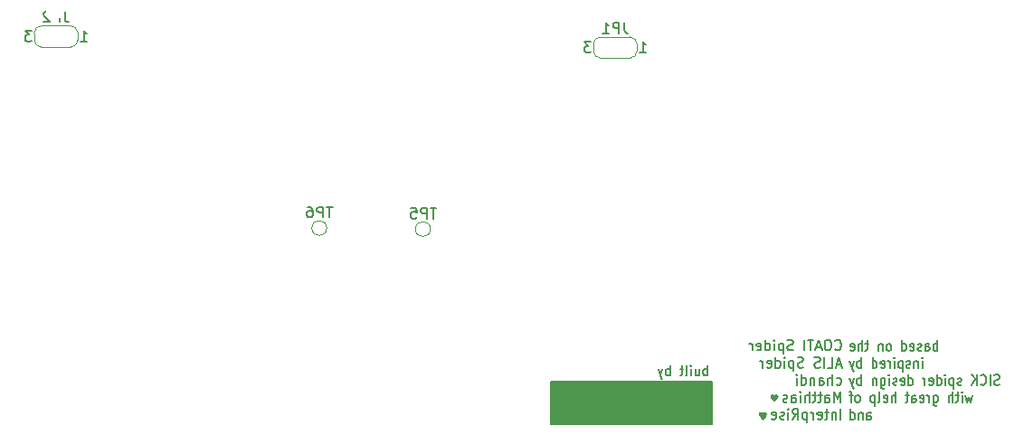
<source format=gbo>
G04 #@! TF.GenerationSoftware,KiCad,Pcbnew,8.0.1*
G04 #@! TF.CreationDate,2024-04-16T20:02:15+02:00*
G04 #@! TF.ProjectId,spider2,73706964-6572-4322-9e6b-696361645f70,rev?*
G04 #@! TF.SameCoordinates,Original*
G04 #@! TF.FileFunction,Legend,Bot*
G04 #@! TF.FilePolarity,Positive*
%FSLAX46Y46*%
G04 Gerber Fmt 4.6, Leading zero omitted, Abs format (unit mm)*
G04 Created by KiCad (PCBNEW 8.0.1) date 2024-04-16 20:02:15*
%MOMM*%
%LPD*%
G01*
G04 APERTURE LIST*
%ADD10C,0.000000*%
%ADD11C,0.150000*%
%ADD12C,0.200000*%
%ADD13C,0.120000*%
%ADD14C,1.600000*%
%ADD15O,1.600000X1.600000*%
%ADD16C,0.700000*%
%ADD17O,0.900000X2.400000*%
%ADD18O,0.900000X1.700000*%
%ADD19R,1.717500X1.800000*%
%ADD20O,1.717500X1.800000*%
%ADD21R,1.600000X1.600000*%
%ADD22R,2.500000X2.500000*%
%ADD23C,1.500000*%
%ADD24O,1.900000X1.000000*%
%ADD25O,1.000000X1.800000*%
%ADD26C,1.300000*%
%ADD27O,1.703200X3.203200*%
%ADD28O,1.903200X3.203200*%
%ADD29O,1.000000X1.900000*%
%ADD30O,3.203200X2.203200*%
%ADD31O,1.800000X0.900000*%
%ADD32C,0.800000*%
%ADD33C,6.400000*%
%ADD34C,3.000000*%
%ADD35C,2.000000*%
%ADD36R,1.500000X1.500000*%
%ADD37C,1.400000*%
%ADD38O,1.400000X1.400000*%
%ADD39C,4.000000*%
%ADD40C,1.800000*%
%ADD41R,1.700000X1.700000*%
%ADD42O,1.700000X1.700000*%
%ADD43R,4.000000X4.000000*%
%ADD44R,1.800000X1.800000*%
%ADD45R,1.000000X1.500000*%
%ADD46C,1.000000*%
G04 APERTURE END LIST*
D10*
G36*
X232526086Y-101515632D02*
G01*
X232539084Y-101516989D01*
X232551746Y-101519250D01*
X232564074Y-101522415D01*
X232576067Y-101526484D01*
X232587724Y-101531458D01*
X232599046Y-101537336D01*
X232610034Y-101544119D01*
X232620686Y-101551806D01*
X232631003Y-101560397D01*
X232640985Y-101569892D01*
X232650632Y-101580292D01*
X232659944Y-101591596D01*
X232668921Y-101603805D01*
X232677562Y-101616918D01*
X232685869Y-101630935D01*
X232689745Y-101641577D01*
X232693104Y-101652058D01*
X232694589Y-101657238D01*
X232695946Y-101662377D01*
X232697173Y-101667476D01*
X232698271Y-101672535D01*
X232699240Y-101677553D01*
X232700080Y-101682531D01*
X232700791Y-101687468D01*
X232701372Y-101692365D01*
X232701824Y-101697222D01*
X232702147Y-101702039D01*
X232702341Y-101706815D01*
X232702405Y-101711550D01*
X232701986Y-101727653D01*
X232700726Y-101743662D01*
X232698627Y-101759579D01*
X232695688Y-101775403D01*
X232691909Y-101791134D01*
X232687290Y-101806772D01*
X232681832Y-101822317D01*
X232675534Y-101837770D01*
X232668396Y-101853129D01*
X232660418Y-101868396D01*
X232651601Y-101883570D01*
X232641944Y-101898651D01*
X232631447Y-101913639D01*
X232620111Y-101928535D01*
X232607934Y-101943337D01*
X232594918Y-101958047D01*
X232321550Y-102286192D01*
X232318449Y-102286192D01*
X232028028Y-101930142D01*
X232017515Y-101916873D01*
X232007680Y-101903553D01*
X231998524Y-101890179D01*
X231990046Y-101876754D01*
X231982246Y-101863275D01*
X231975124Y-101849745D01*
X231968681Y-101836161D01*
X231962916Y-101822526D01*
X231957829Y-101808837D01*
X231953420Y-101795097D01*
X231949690Y-101781304D01*
X231946638Y-101767458D01*
X231944264Y-101753560D01*
X231942568Y-101739609D01*
X231941551Y-101725606D01*
X231941212Y-101711550D01*
X231941613Y-101698096D01*
X231942818Y-101684994D01*
X231944827Y-101672242D01*
X231947639Y-101659842D01*
X231951254Y-101647793D01*
X231955673Y-101636095D01*
X231960895Y-101624748D01*
X231966921Y-101613753D01*
X231973750Y-101603109D01*
X231981382Y-101592816D01*
X231989818Y-101582874D01*
X231999057Y-101573284D01*
X232009100Y-101564044D01*
X232019946Y-101555156D01*
X232031595Y-101546620D01*
X232044048Y-101538434D01*
X232049480Y-101535618D01*
X232054924Y-101532984D01*
X232060380Y-101530532D01*
X232065849Y-101528261D01*
X232071329Y-101526171D01*
X232076822Y-101524264D01*
X232082327Y-101522538D01*
X232087844Y-101520994D01*
X232093373Y-101519631D01*
X232098914Y-101518450D01*
X232104467Y-101517451D01*
X232110032Y-101516633D01*
X232115610Y-101515998D01*
X232121199Y-101515543D01*
X232126801Y-101515271D01*
X232132415Y-101515180D01*
X232145352Y-101515654D01*
X232157938Y-101517078D01*
X232170173Y-101519449D01*
X232176158Y-101520991D01*
X232182056Y-101522770D01*
X232187866Y-101524786D01*
X232193588Y-101527039D01*
X232199223Y-101529530D01*
X232204769Y-101532257D01*
X232215599Y-101538424D01*
X232226078Y-101545540D01*
X232236205Y-101553604D01*
X232245981Y-101562617D01*
X232255406Y-101572579D01*
X232264480Y-101583490D01*
X232273202Y-101595349D01*
X232281573Y-101608157D01*
X232289593Y-101621914D01*
X232297262Y-101636619D01*
X232302365Y-101648279D01*
X232306822Y-101659228D01*
X232310633Y-101669466D01*
X232313799Y-101678994D01*
X232316318Y-101687812D01*
X232317335Y-101691954D01*
X232318191Y-101695918D01*
X232318885Y-101699705D01*
X232319418Y-101703314D01*
X232319790Y-101706746D01*
X232320000Y-101710000D01*
X232321550Y-101710000D01*
X232323926Y-101699647D01*
X232326532Y-101689515D01*
X232329368Y-101679606D01*
X232332434Y-101669919D01*
X232335731Y-101660453D01*
X232339257Y-101651210D01*
X232343014Y-101642189D01*
X232347001Y-101633390D01*
X232351218Y-101624813D01*
X232355665Y-101616458D01*
X232360342Y-101608325D01*
X232365249Y-101600414D01*
X232370386Y-101592725D01*
X232375754Y-101585258D01*
X232381351Y-101578013D01*
X232387179Y-101570991D01*
X232394210Y-101564232D01*
X232401350Y-101557910D01*
X232408599Y-101552024D01*
X232415956Y-101546573D01*
X232423423Y-101541559D01*
X232430999Y-101536981D01*
X232438684Y-101532839D01*
X232446478Y-101529133D01*
X232454381Y-101525862D01*
X232462393Y-101523028D01*
X232470513Y-101520630D01*
X232478743Y-101518668D01*
X232487082Y-101517142D01*
X232495530Y-101516052D01*
X232504087Y-101515398D01*
X232512753Y-101515180D01*
X232526086Y-101515632D01*
G37*
D11*
X212468475Y-98700000D02*
X227531525Y-98700000D01*
X227531525Y-102629700D01*
X212468475Y-102629700D01*
X212468475Y-98700000D01*
G36*
X212468475Y-98700000D02*
G01*
X227531525Y-98700000D01*
X227531525Y-102629700D01*
X212468475Y-102629700D01*
X212468475Y-98700000D01*
G37*
D10*
G36*
X233598058Y-99875490D02*
G01*
X233611056Y-99876847D01*
X233623718Y-99879108D01*
X233636046Y-99882273D01*
X233648039Y-99886342D01*
X233659696Y-99891316D01*
X233671018Y-99897194D01*
X233682006Y-99903977D01*
X233692658Y-99911664D01*
X233702975Y-99920255D01*
X233712957Y-99929750D01*
X233722604Y-99940150D01*
X233731916Y-99951454D01*
X233740893Y-99963663D01*
X233749534Y-99976776D01*
X233757841Y-99990793D01*
X233761717Y-100001435D01*
X233765076Y-100011916D01*
X233766561Y-100017096D01*
X233767918Y-100022235D01*
X233769145Y-100027334D01*
X233770243Y-100032393D01*
X233771212Y-100037411D01*
X233772052Y-100042389D01*
X233772763Y-100047326D01*
X233773344Y-100052223D01*
X233773796Y-100057080D01*
X233774119Y-100061897D01*
X233774313Y-100066673D01*
X233774377Y-100071408D01*
X233773958Y-100087511D01*
X233772698Y-100103520D01*
X233770599Y-100119437D01*
X233767660Y-100135261D01*
X233763881Y-100150992D01*
X233759262Y-100166630D01*
X233753804Y-100182175D01*
X233747506Y-100197628D01*
X233740368Y-100212987D01*
X233732390Y-100228254D01*
X233723573Y-100243428D01*
X233713916Y-100258509D01*
X233703419Y-100273497D01*
X233692083Y-100288393D01*
X233679906Y-100303195D01*
X233666890Y-100317905D01*
X233393522Y-100646050D01*
X233390421Y-100646050D01*
X233100000Y-100290000D01*
X233089487Y-100276731D01*
X233079652Y-100263411D01*
X233070496Y-100250037D01*
X233062018Y-100236612D01*
X233054218Y-100223133D01*
X233047096Y-100209603D01*
X233040653Y-100196019D01*
X233034888Y-100182384D01*
X233029801Y-100168695D01*
X233025392Y-100154955D01*
X233021662Y-100141162D01*
X233018610Y-100127316D01*
X233016236Y-100113418D01*
X233014540Y-100099467D01*
X233013523Y-100085464D01*
X233013184Y-100071408D01*
X233013585Y-100057954D01*
X233014790Y-100044852D01*
X233016799Y-100032100D01*
X233019611Y-100019700D01*
X233023226Y-100007651D01*
X233027645Y-99995953D01*
X233032867Y-99984606D01*
X233038893Y-99973611D01*
X233045722Y-99962967D01*
X233053354Y-99952674D01*
X233061790Y-99942732D01*
X233071029Y-99933142D01*
X233081072Y-99923902D01*
X233091918Y-99915014D01*
X233103567Y-99906478D01*
X233116020Y-99898292D01*
X233121452Y-99895476D01*
X233126896Y-99892842D01*
X233132352Y-99890390D01*
X233137821Y-99888119D01*
X233143301Y-99886029D01*
X233148794Y-99884122D01*
X233154299Y-99882396D01*
X233159816Y-99880852D01*
X233165345Y-99879489D01*
X233170886Y-99878308D01*
X233176439Y-99877309D01*
X233182004Y-99876491D01*
X233187582Y-99875856D01*
X233193171Y-99875401D01*
X233198773Y-99875129D01*
X233204387Y-99875038D01*
X233217324Y-99875512D01*
X233229910Y-99876936D01*
X233242145Y-99879307D01*
X233248130Y-99880849D01*
X233254028Y-99882628D01*
X233259838Y-99884644D01*
X233265560Y-99886897D01*
X233271195Y-99889388D01*
X233276741Y-99892115D01*
X233287571Y-99898282D01*
X233298050Y-99905398D01*
X233308177Y-99913462D01*
X233317953Y-99922475D01*
X233327378Y-99932437D01*
X233336452Y-99943348D01*
X233345174Y-99955207D01*
X233353545Y-99968015D01*
X233361565Y-99981772D01*
X233369234Y-99996477D01*
X233374337Y-100008137D01*
X233378794Y-100019086D01*
X233382605Y-100029324D01*
X233385771Y-100038852D01*
X233388290Y-100047670D01*
X233389307Y-100051812D01*
X233390163Y-100055776D01*
X233390857Y-100059563D01*
X233391390Y-100063172D01*
X233391762Y-100066604D01*
X233391972Y-100069858D01*
X233393522Y-100069858D01*
X233395898Y-100059505D01*
X233398504Y-100049373D01*
X233401340Y-100039464D01*
X233404406Y-100029777D01*
X233407703Y-100020311D01*
X233411229Y-100011068D01*
X233414986Y-100002047D01*
X233418973Y-99993248D01*
X233423190Y-99984671D01*
X233427637Y-99976316D01*
X233432314Y-99968183D01*
X233437221Y-99960272D01*
X233442358Y-99952583D01*
X233447726Y-99945116D01*
X233453323Y-99937871D01*
X233459151Y-99930849D01*
X233466182Y-99924090D01*
X233473322Y-99917768D01*
X233480571Y-99911882D01*
X233487928Y-99906431D01*
X233495395Y-99901417D01*
X233502971Y-99896839D01*
X233510656Y-99892697D01*
X233518450Y-99888991D01*
X233526353Y-99885720D01*
X233534365Y-99882886D01*
X233542485Y-99880488D01*
X233550715Y-99878526D01*
X233559054Y-99877000D01*
X233567502Y-99875910D01*
X233576059Y-99875256D01*
X233584725Y-99875038D01*
X233598058Y-99875490D01*
G37*
D12*
X239073660Y-95662204D02*
X239117469Y-95709824D01*
X239117469Y-95709824D02*
X239248898Y-95757443D01*
X239248898Y-95757443D02*
X239336517Y-95757443D01*
X239336517Y-95757443D02*
X239467945Y-95709824D01*
X239467945Y-95709824D02*
X239555564Y-95614585D01*
X239555564Y-95614585D02*
X239599374Y-95519347D01*
X239599374Y-95519347D02*
X239643183Y-95328871D01*
X239643183Y-95328871D02*
X239643183Y-95186014D01*
X239643183Y-95186014D02*
X239599374Y-94995538D01*
X239599374Y-94995538D02*
X239555564Y-94900300D01*
X239555564Y-94900300D02*
X239467945Y-94805062D01*
X239467945Y-94805062D02*
X239336517Y-94757443D01*
X239336517Y-94757443D02*
X239248898Y-94757443D01*
X239248898Y-94757443D02*
X239117469Y-94805062D01*
X239117469Y-94805062D02*
X239073660Y-94852681D01*
X238504136Y-94757443D02*
X238328898Y-94757443D01*
X238328898Y-94757443D02*
X238241279Y-94805062D01*
X238241279Y-94805062D02*
X238153660Y-94900300D01*
X238153660Y-94900300D02*
X238109850Y-95090776D01*
X238109850Y-95090776D02*
X238109850Y-95424109D01*
X238109850Y-95424109D02*
X238153660Y-95614585D01*
X238153660Y-95614585D02*
X238241279Y-95709824D01*
X238241279Y-95709824D02*
X238328898Y-95757443D01*
X238328898Y-95757443D02*
X238504136Y-95757443D01*
X238504136Y-95757443D02*
X238591755Y-95709824D01*
X238591755Y-95709824D02*
X238679374Y-95614585D01*
X238679374Y-95614585D02*
X238723183Y-95424109D01*
X238723183Y-95424109D02*
X238723183Y-95090776D01*
X238723183Y-95090776D02*
X238679374Y-94900300D01*
X238679374Y-94900300D02*
X238591755Y-94805062D01*
X238591755Y-94805062D02*
X238504136Y-94757443D01*
X237759373Y-95471728D02*
X237321278Y-95471728D01*
X237846992Y-95757443D02*
X237540326Y-94757443D01*
X237540326Y-94757443D02*
X237233659Y-95757443D01*
X237058421Y-94757443D02*
X236532707Y-94757443D01*
X236795564Y-95757443D02*
X236795564Y-94757443D01*
X236226041Y-95757443D02*
X236226041Y-94757443D01*
X235130803Y-95709824D02*
X234999375Y-95757443D01*
X234999375Y-95757443D02*
X234780327Y-95757443D01*
X234780327Y-95757443D02*
X234692708Y-95709824D01*
X234692708Y-95709824D02*
X234648899Y-95662204D01*
X234648899Y-95662204D02*
X234605089Y-95566966D01*
X234605089Y-95566966D02*
X234605089Y-95471728D01*
X234605089Y-95471728D02*
X234648899Y-95376490D01*
X234648899Y-95376490D02*
X234692708Y-95328871D01*
X234692708Y-95328871D02*
X234780327Y-95281252D01*
X234780327Y-95281252D02*
X234955565Y-95233633D01*
X234955565Y-95233633D02*
X235043184Y-95186014D01*
X235043184Y-95186014D02*
X235086994Y-95138395D01*
X235086994Y-95138395D02*
X235130803Y-95043157D01*
X235130803Y-95043157D02*
X235130803Y-94947919D01*
X235130803Y-94947919D02*
X235086994Y-94852681D01*
X235086994Y-94852681D02*
X235043184Y-94805062D01*
X235043184Y-94805062D02*
X234955565Y-94757443D01*
X234955565Y-94757443D02*
X234736518Y-94757443D01*
X234736518Y-94757443D02*
X234605089Y-94805062D01*
X234210804Y-95090776D02*
X234210804Y-96090776D01*
X234210804Y-95138395D02*
X234123185Y-95090776D01*
X234123185Y-95090776D02*
X233947947Y-95090776D01*
X233947947Y-95090776D02*
X233860328Y-95138395D01*
X233860328Y-95138395D02*
X233816518Y-95186014D01*
X233816518Y-95186014D02*
X233772709Y-95281252D01*
X233772709Y-95281252D02*
X233772709Y-95566966D01*
X233772709Y-95566966D02*
X233816518Y-95662204D01*
X233816518Y-95662204D02*
X233860328Y-95709824D01*
X233860328Y-95709824D02*
X233947947Y-95757443D01*
X233947947Y-95757443D02*
X234123185Y-95757443D01*
X234123185Y-95757443D02*
X234210804Y-95709824D01*
X233378423Y-95757443D02*
X233378423Y-95090776D01*
X233378423Y-94757443D02*
X233422232Y-94805062D01*
X233422232Y-94805062D02*
X233378423Y-94852681D01*
X233378423Y-94852681D02*
X233334613Y-94805062D01*
X233334613Y-94805062D02*
X233378423Y-94757443D01*
X233378423Y-94757443D02*
X233378423Y-94852681D01*
X232546042Y-95757443D02*
X232546042Y-94757443D01*
X232546042Y-95709824D02*
X232633661Y-95757443D01*
X232633661Y-95757443D02*
X232808899Y-95757443D01*
X232808899Y-95757443D02*
X232896518Y-95709824D01*
X232896518Y-95709824D02*
X232940328Y-95662204D01*
X232940328Y-95662204D02*
X232984137Y-95566966D01*
X232984137Y-95566966D02*
X232984137Y-95281252D01*
X232984137Y-95281252D02*
X232940328Y-95186014D01*
X232940328Y-95186014D02*
X232896518Y-95138395D01*
X232896518Y-95138395D02*
X232808899Y-95090776D01*
X232808899Y-95090776D02*
X232633661Y-95090776D01*
X232633661Y-95090776D02*
X232546042Y-95138395D01*
X231757471Y-95709824D02*
X231845090Y-95757443D01*
X231845090Y-95757443D02*
X232020328Y-95757443D01*
X232020328Y-95757443D02*
X232107947Y-95709824D01*
X232107947Y-95709824D02*
X232151756Y-95614585D01*
X232151756Y-95614585D02*
X232151756Y-95233633D01*
X232151756Y-95233633D02*
X232107947Y-95138395D01*
X232107947Y-95138395D02*
X232020328Y-95090776D01*
X232020328Y-95090776D02*
X231845090Y-95090776D01*
X231845090Y-95090776D02*
X231757471Y-95138395D01*
X231757471Y-95138395D02*
X231713661Y-95233633D01*
X231713661Y-95233633D02*
X231713661Y-95328871D01*
X231713661Y-95328871D02*
X232151756Y-95424109D01*
X231319376Y-95757443D02*
X231319376Y-95090776D01*
X231319376Y-95281252D02*
X231275566Y-95186014D01*
X231275566Y-95186014D02*
X231231757Y-95138395D01*
X231231757Y-95138395D02*
X231144138Y-95090776D01*
X231144138Y-95090776D02*
X231056519Y-95090776D01*
X239643183Y-97081672D02*
X239205088Y-97081672D01*
X239730802Y-97367387D02*
X239424136Y-96367387D01*
X239424136Y-96367387D02*
X239117469Y-97367387D01*
X238372708Y-97367387D02*
X238810803Y-97367387D01*
X238810803Y-97367387D02*
X238810803Y-96367387D01*
X238066041Y-97367387D02*
X238066041Y-96367387D01*
X237671755Y-97319768D02*
X237540327Y-97367387D01*
X237540327Y-97367387D02*
X237321279Y-97367387D01*
X237321279Y-97367387D02*
X237233660Y-97319768D01*
X237233660Y-97319768D02*
X237189851Y-97272148D01*
X237189851Y-97272148D02*
X237146041Y-97176910D01*
X237146041Y-97176910D02*
X237146041Y-97081672D01*
X237146041Y-97081672D02*
X237189851Y-96986434D01*
X237189851Y-96986434D02*
X237233660Y-96938815D01*
X237233660Y-96938815D02*
X237321279Y-96891196D01*
X237321279Y-96891196D02*
X237496517Y-96843577D01*
X237496517Y-96843577D02*
X237584136Y-96795958D01*
X237584136Y-96795958D02*
X237627946Y-96748339D01*
X237627946Y-96748339D02*
X237671755Y-96653101D01*
X237671755Y-96653101D02*
X237671755Y-96557863D01*
X237671755Y-96557863D02*
X237627946Y-96462625D01*
X237627946Y-96462625D02*
X237584136Y-96415006D01*
X237584136Y-96415006D02*
X237496517Y-96367387D01*
X237496517Y-96367387D02*
X237277470Y-96367387D01*
X237277470Y-96367387D02*
X237146041Y-96415006D01*
X236094613Y-97319768D02*
X235963185Y-97367387D01*
X235963185Y-97367387D02*
X235744137Y-97367387D01*
X235744137Y-97367387D02*
X235656518Y-97319768D01*
X235656518Y-97319768D02*
X235612709Y-97272148D01*
X235612709Y-97272148D02*
X235568899Y-97176910D01*
X235568899Y-97176910D02*
X235568899Y-97081672D01*
X235568899Y-97081672D02*
X235612709Y-96986434D01*
X235612709Y-96986434D02*
X235656518Y-96938815D01*
X235656518Y-96938815D02*
X235744137Y-96891196D01*
X235744137Y-96891196D02*
X235919375Y-96843577D01*
X235919375Y-96843577D02*
X236006994Y-96795958D01*
X236006994Y-96795958D02*
X236050804Y-96748339D01*
X236050804Y-96748339D02*
X236094613Y-96653101D01*
X236094613Y-96653101D02*
X236094613Y-96557863D01*
X236094613Y-96557863D02*
X236050804Y-96462625D01*
X236050804Y-96462625D02*
X236006994Y-96415006D01*
X236006994Y-96415006D02*
X235919375Y-96367387D01*
X235919375Y-96367387D02*
X235700328Y-96367387D01*
X235700328Y-96367387D02*
X235568899Y-96415006D01*
X235174614Y-96700720D02*
X235174614Y-97700720D01*
X235174614Y-96748339D02*
X235086995Y-96700720D01*
X235086995Y-96700720D02*
X234911757Y-96700720D01*
X234911757Y-96700720D02*
X234824138Y-96748339D01*
X234824138Y-96748339D02*
X234780328Y-96795958D01*
X234780328Y-96795958D02*
X234736519Y-96891196D01*
X234736519Y-96891196D02*
X234736519Y-97176910D01*
X234736519Y-97176910D02*
X234780328Y-97272148D01*
X234780328Y-97272148D02*
X234824138Y-97319768D01*
X234824138Y-97319768D02*
X234911757Y-97367387D01*
X234911757Y-97367387D02*
X235086995Y-97367387D01*
X235086995Y-97367387D02*
X235174614Y-97319768D01*
X234342233Y-97367387D02*
X234342233Y-96700720D01*
X234342233Y-96367387D02*
X234386042Y-96415006D01*
X234386042Y-96415006D02*
X234342233Y-96462625D01*
X234342233Y-96462625D02*
X234298423Y-96415006D01*
X234298423Y-96415006D02*
X234342233Y-96367387D01*
X234342233Y-96367387D02*
X234342233Y-96462625D01*
X233509852Y-97367387D02*
X233509852Y-96367387D01*
X233509852Y-97319768D02*
X233597471Y-97367387D01*
X233597471Y-97367387D02*
X233772709Y-97367387D01*
X233772709Y-97367387D02*
X233860328Y-97319768D01*
X233860328Y-97319768D02*
X233904138Y-97272148D01*
X233904138Y-97272148D02*
X233947947Y-97176910D01*
X233947947Y-97176910D02*
X233947947Y-96891196D01*
X233947947Y-96891196D02*
X233904138Y-96795958D01*
X233904138Y-96795958D02*
X233860328Y-96748339D01*
X233860328Y-96748339D02*
X233772709Y-96700720D01*
X233772709Y-96700720D02*
X233597471Y-96700720D01*
X233597471Y-96700720D02*
X233509852Y-96748339D01*
X232721281Y-97319768D02*
X232808900Y-97367387D01*
X232808900Y-97367387D02*
X232984138Y-97367387D01*
X232984138Y-97367387D02*
X233071757Y-97319768D01*
X233071757Y-97319768D02*
X233115566Y-97224529D01*
X233115566Y-97224529D02*
X233115566Y-96843577D01*
X233115566Y-96843577D02*
X233071757Y-96748339D01*
X233071757Y-96748339D02*
X232984138Y-96700720D01*
X232984138Y-96700720D02*
X232808900Y-96700720D01*
X232808900Y-96700720D02*
X232721281Y-96748339D01*
X232721281Y-96748339D02*
X232677471Y-96843577D01*
X232677471Y-96843577D02*
X232677471Y-96938815D01*
X232677471Y-96938815D02*
X233115566Y-97034053D01*
X232283186Y-97367387D02*
X232283186Y-96700720D01*
X232283186Y-96891196D02*
X232239376Y-96795958D01*
X232239376Y-96795958D02*
X232195567Y-96748339D01*
X232195567Y-96748339D02*
X232107948Y-96700720D01*
X232107948Y-96700720D02*
X232020329Y-96700720D01*
X239205088Y-98929712D02*
X239292707Y-98977331D01*
X239292707Y-98977331D02*
X239467945Y-98977331D01*
X239467945Y-98977331D02*
X239555564Y-98929712D01*
X239555564Y-98929712D02*
X239599374Y-98882092D01*
X239599374Y-98882092D02*
X239643183Y-98786854D01*
X239643183Y-98786854D02*
X239643183Y-98501140D01*
X239643183Y-98501140D02*
X239599374Y-98405902D01*
X239599374Y-98405902D02*
X239555564Y-98358283D01*
X239555564Y-98358283D02*
X239467945Y-98310664D01*
X239467945Y-98310664D02*
X239292707Y-98310664D01*
X239292707Y-98310664D02*
X239205088Y-98358283D01*
X238810803Y-98977331D02*
X238810803Y-97977331D01*
X238416517Y-98977331D02*
X238416517Y-98453521D01*
X238416517Y-98453521D02*
X238460327Y-98358283D01*
X238460327Y-98358283D02*
X238547946Y-98310664D01*
X238547946Y-98310664D02*
X238679374Y-98310664D01*
X238679374Y-98310664D02*
X238766993Y-98358283D01*
X238766993Y-98358283D02*
X238810803Y-98405902D01*
X237584136Y-98977331D02*
X237584136Y-98453521D01*
X237584136Y-98453521D02*
X237627946Y-98358283D01*
X237627946Y-98358283D02*
X237715565Y-98310664D01*
X237715565Y-98310664D02*
X237890803Y-98310664D01*
X237890803Y-98310664D02*
X237978422Y-98358283D01*
X237584136Y-98929712D02*
X237671755Y-98977331D01*
X237671755Y-98977331D02*
X237890803Y-98977331D01*
X237890803Y-98977331D02*
X237978422Y-98929712D01*
X237978422Y-98929712D02*
X238022231Y-98834473D01*
X238022231Y-98834473D02*
X238022231Y-98739235D01*
X238022231Y-98739235D02*
X237978422Y-98643997D01*
X237978422Y-98643997D02*
X237890803Y-98596378D01*
X237890803Y-98596378D02*
X237671755Y-98596378D01*
X237671755Y-98596378D02*
X237584136Y-98548759D01*
X237146041Y-98310664D02*
X237146041Y-98977331D01*
X237146041Y-98405902D02*
X237102231Y-98358283D01*
X237102231Y-98358283D02*
X237014612Y-98310664D01*
X237014612Y-98310664D02*
X236883184Y-98310664D01*
X236883184Y-98310664D02*
X236795565Y-98358283D01*
X236795565Y-98358283D02*
X236751755Y-98453521D01*
X236751755Y-98453521D02*
X236751755Y-98977331D01*
X235919374Y-98977331D02*
X235919374Y-97977331D01*
X235919374Y-98929712D02*
X236006993Y-98977331D01*
X236006993Y-98977331D02*
X236182231Y-98977331D01*
X236182231Y-98977331D02*
X236269850Y-98929712D01*
X236269850Y-98929712D02*
X236313660Y-98882092D01*
X236313660Y-98882092D02*
X236357469Y-98786854D01*
X236357469Y-98786854D02*
X236357469Y-98501140D01*
X236357469Y-98501140D02*
X236313660Y-98405902D01*
X236313660Y-98405902D02*
X236269850Y-98358283D01*
X236269850Y-98358283D02*
X236182231Y-98310664D01*
X236182231Y-98310664D02*
X236006993Y-98310664D01*
X236006993Y-98310664D02*
X235919374Y-98358283D01*
X235481279Y-98977331D02*
X235481279Y-98310664D01*
X235481279Y-97977331D02*
X235525088Y-98024950D01*
X235525088Y-98024950D02*
X235481279Y-98072569D01*
X235481279Y-98072569D02*
X235437469Y-98024950D01*
X235437469Y-98024950D02*
X235481279Y-97977331D01*
X235481279Y-97977331D02*
X235481279Y-98072569D01*
X239599374Y-100587275D02*
X239599374Y-99587275D01*
X239599374Y-99587275D02*
X239292707Y-100301560D01*
X239292707Y-100301560D02*
X238986041Y-99587275D01*
X238986041Y-99587275D02*
X238986041Y-100587275D01*
X238153659Y-100587275D02*
X238153659Y-100063465D01*
X238153659Y-100063465D02*
X238197469Y-99968227D01*
X238197469Y-99968227D02*
X238285088Y-99920608D01*
X238285088Y-99920608D02*
X238460326Y-99920608D01*
X238460326Y-99920608D02*
X238547945Y-99968227D01*
X238153659Y-100539656D02*
X238241278Y-100587275D01*
X238241278Y-100587275D02*
X238460326Y-100587275D01*
X238460326Y-100587275D02*
X238547945Y-100539656D01*
X238547945Y-100539656D02*
X238591754Y-100444417D01*
X238591754Y-100444417D02*
X238591754Y-100349179D01*
X238591754Y-100349179D02*
X238547945Y-100253941D01*
X238547945Y-100253941D02*
X238460326Y-100206322D01*
X238460326Y-100206322D02*
X238241278Y-100206322D01*
X238241278Y-100206322D02*
X238153659Y-100158703D01*
X237846992Y-99920608D02*
X237496516Y-99920608D01*
X237715564Y-99587275D02*
X237715564Y-100444417D01*
X237715564Y-100444417D02*
X237671754Y-100539656D01*
X237671754Y-100539656D02*
X237584135Y-100587275D01*
X237584135Y-100587275D02*
X237496516Y-100587275D01*
X237321278Y-99920608D02*
X236970802Y-99920608D01*
X237189850Y-99587275D02*
X237189850Y-100444417D01*
X237189850Y-100444417D02*
X237146040Y-100539656D01*
X237146040Y-100539656D02*
X237058421Y-100587275D01*
X237058421Y-100587275D02*
X236970802Y-100587275D01*
X236664136Y-100587275D02*
X236664136Y-99587275D01*
X236269850Y-100587275D02*
X236269850Y-100063465D01*
X236269850Y-100063465D02*
X236313660Y-99968227D01*
X236313660Y-99968227D02*
X236401279Y-99920608D01*
X236401279Y-99920608D02*
X236532707Y-99920608D01*
X236532707Y-99920608D02*
X236620326Y-99968227D01*
X236620326Y-99968227D02*
X236664136Y-100015846D01*
X235831755Y-100587275D02*
X235831755Y-99920608D01*
X235831755Y-99587275D02*
X235875564Y-99634894D01*
X235875564Y-99634894D02*
X235831755Y-99682513D01*
X235831755Y-99682513D02*
X235787945Y-99634894D01*
X235787945Y-99634894D02*
X235831755Y-99587275D01*
X235831755Y-99587275D02*
X235831755Y-99682513D01*
X234999374Y-100587275D02*
X234999374Y-100063465D01*
X234999374Y-100063465D02*
X235043184Y-99968227D01*
X235043184Y-99968227D02*
X235130803Y-99920608D01*
X235130803Y-99920608D02*
X235306041Y-99920608D01*
X235306041Y-99920608D02*
X235393660Y-99968227D01*
X234999374Y-100539656D02*
X235086993Y-100587275D01*
X235086993Y-100587275D02*
X235306041Y-100587275D01*
X235306041Y-100587275D02*
X235393660Y-100539656D01*
X235393660Y-100539656D02*
X235437469Y-100444417D01*
X235437469Y-100444417D02*
X235437469Y-100349179D01*
X235437469Y-100349179D02*
X235393660Y-100253941D01*
X235393660Y-100253941D02*
X235306041Y-100206322D01*
X235306041Y-100206322D02*
X235086993Y-100206322D01*
X235086993Y-100206322D02*
X234999374Y-100158703D01*
X234605088Y-100539656D02*
X234517469Y-100587275D01*
X234517469Y-100587275D02*
X234342231Y-100587275D01*
X234342231Y-100587275D02*
X234254612Y-100539656D01*
X234254612Y-100539656D02*
X234210803Y-100444417D01*
X234210803Y-100444417D02*
X234210803Y-100396798D01*
X234210803Y-100396798D02*
X234254612Y-100301560D01*
X234254612Y-100301560D02*
X234342231Y-100253941D01*
X234342231Y-100253941D02*
X234473660Y-100253941D01*
X234473660Y-100253941D02*
X234561279Y-100206322D01*
X234561279Y-100206322D02*
X234605088Y-100111084D01*
X234605088Y-100111084D02*
X234605088Y-100063465D01*
X234605088Y-100063465D02*
X234561279Y-99968227D01*
X234561279Y-99968227D02*
X234473660Y-99920608D01*
X234473660Y-99920608D02*
X234342231Y-99920608D01*
X234342231Y-99920608D02*
X234254612Y-99968227D01*
X239599374Y-102197219D02*
X239599374Y-101197219D01*
X239161279Y-101530552D02*
X239161279Y-102197219D01*
X239161279Y-101625790D02*
X239117469Y-101578171D01*
X239117469Y-101578171D02*
X239029850Y-101530552D01*
X239029850Y-101530552D02*
X238898422Y-101530552D01*
X238898422Y-101530552D02*
X238810803Y-101578171D01*
X238810803Y-101578171D02*
X238766993Y-101673409D01*
X238766993Y-101673409D02*
X238766993Y-102197219D01*
X238460326Y-101530552D02*
X238109850Y-101530552D01*
X238328898Y-101197219D02*
X238328898Y-102054361D01*
X238328898Y-102054361D02*
X238285088Y-102149600D01*
X238285088Y-102149600D02*
X238197469Y-102197219D01*
X238197469Y-102197219D02*
X238109850Y-102197219D01*
X237452708Y-102149600D02*
X237540327Y-102197219D01*
X237540327Y-102197219D02*
X237715565Y-102197219D01*
X237715565Y-102197219D02*
X237803184Y-102149600D01*
X237803184Y-102149600D02*
X237846993Y-102054361D01*
X237846993Y-102054361D02*
X237846993Y-101673409D01*
X237846993Y-101673409D02*
X237803184Y-101578171D01*
X237803184Y-101578171D02*
X237715565Y-101530552D01*
X237715565Y-101530552D02*
X237540327Y-101530552D01*
X237540327Y-101530552D02*
X237452708Y-101578171D01*
X237452708Y-101578171D02*
X237408898Y-101673409D01*
X237408898Y-101673409D02*
X237408898Y-101768647D01*
X237408898Y-101768647D02*
X237846993Y-101863885D01*
X237014613Y-102197219D02*
X237014613Y-101530552D01*
X237014613Y-101721028D02*
X236970803Y-101625790D01*
X236970803Y-101625790D02*
X236926994Y-101578171D01*
X236926994Y-101578171D02*
X236839375Y-101530552D01*
X236839375Y-101530552D02*
X236751756Y-101530552D01*
X236445089Y-101530552D02*
X236445089Y-102530552D01*
X236445089Y-101578171D02*
X236357470Y-101530552D01*
X236357470Y-101530552D02*
X236182232Y-101530552D01*
X236182232Y-101530552D02*
X236094613Y-101578171D01*
X236094613Y-101578171D02*
X236050803Y-101625790D01*
X236050803Y-101625790D02*
X236006994Y-101721028D01*
X236006994Y-101721028D02*
X236006994Y-102006742D01*
X236006994Y-102006742D02*
X236050803Y-102101980D01*
X236050803Y-102101980D02*
X236094613Y-102149600D01*
X236094613Y-102149600D02*
X236182232Y-102197219D01*
X236182232Y-102197219D02*
X236357470Y-102197219D01*
X236357470Y-102197219D02*
X236445089Y-102149600D01*
X235086994Y-102197219D02*
X235393660Y-101721028D01*
X235612708Y-102197219D02*
X235612708Y-101197219D01*
X235612708Y-101197219D02*
X235262232Y-101197219D01*
X235262232Y-101197219D02*
X235174613Y-101244838D01*
X235174613Y-101244838D02*
X235130803Y-101292457D01*
X235130803Y-101292457D02*
X235086994Y-101387695D01*
X235086994Y-101387695D02*
X235086994Y-101530552D01*
X235086994Y-101530552D02*
X235130803Y-101625790D01*
X235130803Y-101625790D02*
X235174613Y-101673409D01*
X235174613Y-101673409D02*
X235262232Y-101721028D01*
X235262232Y-101721028D02*
X235612708Y-101721028D01*
X234692708Y-102197219D02*
X234692708Y-101530552D01*
X234692708Y-101197219D02*
X234736517Y-101244838D01*
X234736517Y-101244838D02*
X234692708Y-101292457D01*
X234692708Y-101292457D02*
X234648898Y-101244838D01*
X234648898Y-101244838D02*
X234692708Y-101197219D01*
X234692708Y-101197219D02*
X234692708Y-101292457D01*
X234298422Y-102149600D02*
X234210803Y-102197219D01*
X234210803Y-102197219D02*
X234035565Y-102197219D01*
X234035565Y-102197219D02*
X233947946Y-102149600D01*
X233947946Y-102149600D02*
X233904137Y-102054361D01*
X233904137Y-102054361D02*
X233904137Y-102006742D01*
X233904137Y-102006742D02*
X233947946Y-101911504D01*
X233947946Y-101911504D02*
X234035565Y-101863885D01*
X234035565Y-101863885D02*
X234166994Y-101863885D01*
X234166994Y-101863885D02*
X234254613Y-101816266D01*
X234254613Y-101816266D02*
X234298422Y-101721028D01*
X234298422Y-101721028D02*
X234298422Y-101673409D01*
X234298422Y-101673409D02*
X234254613Y-101578171D01*
X234254613Y-101578171D02*
X234166994Y-101530552D01*
X234166994Y-101530552D02*
X234035565Y-101530552D01*
X234035565Y-101530552D02*
X233947946Y-101578171D01*
X233159375Y-102149600D02*
X233246994Y-102197219D01*
X233246994Y-102197219D02*
X233422232Y-102197219D01*
X233422232Y-102197219D02*
X233509851Y-102149600D01*
X233509851Y-102149600D02*
X233553660Y-102054361D01*
X233553660Y-102054361D02*
X233553660Y-101673409D01*
X233553660Y-101673409D02*
X233509851Y-101578171D01*
X233509851Y-101578171D02*
X233422232Y-101530552D01*
X233422232Y-101530552D02*
X233246994Y-101530552D01*
X233246994Y-101530552D02*
X233159375Y-101578171D01*
X233159375Y-101578171D02*
X233115565Y-101673409D01*
X233115565Y-101673409D02*
X233115565Y-101768647D01*
X233115565Y-101768647D02*
X233553660Y-101863885D01*
D11*
X248656780Y-95800043D02*
X248656780Y-94800043D01*
X248656780Y-95180995D02*
X248575827Y-95133376D01*
X248575827Y-95133376D02*
X248413922Y-95133376D01*
X248413922Y-95133376D02*
X248332970Y-95180995D01*
X248332970Y-95180995D02*
X248292494Y-95228614D01*
X248292494Y-95228614D02*
X248252018Y-95323852D01*
X248252018Y-95323852D02*
X248252018Y-95609566D01*
X248252018Y-95609566D02*
X248292494Y-95704804D01*
X248292494Y-95704804D02*
X248332970Y-95752424D01*
X248332970Y-95752424D02*
X248413922Y-95800043D01*
X248413922Y-95800043D02*
X248575827Y-95800043D01*
X248575827Y-95800043D02*
X248656780Y-95752424D01*
X247523446Y-95800043D02*
X247523446Y-95276233D01*
X247523446Y-95276233D02*
X247563922Y-95180995D01*
X247563922Y-95180995D02*
X247644874Y-95133376D01*
X247644874Y-95133376D02*
X247806779Y-95133376D01*
X247806779Y-95133376D02*
X247887732Y-95180995D01*
X247523446Y-95752424D02*
X247604398Y-95800043D01*
X247604398Y-95800043D02*
X247806779Y-95800043D01*
X247806779Y-95800043D02*
X247887732Y-95752424D01*
X247887732Y-95752424D02*
X247928208Y-95657185D01*
X247928208Y-95657185D02*
X247928208Y-95561947D01*
X247928208Y-95561947D02*
X247887732Y-95466709D01*
X247887732Y-95466709D02*
X247806779Y-95419090D01*
X247806779Y-95419090D02*
X247604398Y-95419090D01*
X247604398Y-95419090D02*
X247523446Y-95371471D01*
X247159160Y-95752424D02*
X247078207Y-95800043D01*
X247078207Y-95800043D02*
X246916303Y-95800043D01*
X246916303Y-95800043D02*
X246835350Y-95752424D01*
X246835350Y-95752424D02*
X246794874Y-95657185D01*
X246794874Y-95657185D02*
X246794874Y-95609566D01*
X246794874Y-95609566D02*
X246835350Y-95514328D01*
X246835350Y-95514328D02*
X246916303Y-95466709D01*
X246916303Y-95466709D02*
X247037731Y-95466709D01*
X247037731Y-95466709D02*
X247118684Y-95419090D01*
X247118684Y-95419090D02*
X247159160Y-95323852D01*
X247159160Y-95323852D02*
X247159160Y-95276233D01*
X247159160Y-95276233D02*
X247118684Y-95180995D01*
X247118684Y-95180995D02*
X247037731Y-95133376D01*
X247037731Y-95133376D02*
X246916303Y-95133376D01*
X246916303Y-95133376D02*
X246835350Y-95180995D01*
X246106779Y-95752424D02*
X246187731Y-95800043D01*
X246187731Y-95800043D02*
X246349636Y-95800043D01*
X246349636Y-95800043D02*
X246430589Y-95752424D01*
X246430589Y-95752424D02*
X246471065Y-95657185D01*
X246471065Y-95657185D02*
X246471065Y-95276233D01*
X246471065Y-95276233D02*
X246430589Y-95180995D01*
X246430589Y-95180995D02*
X246349636Y-95133376D01*
X246349636Y-95133376D02*
X246187731Y-95133376D01*
X246187731Y-95133376D02*
X246106779Y-95180995D01*
X246106779Y-95180995D02*
X246066303Y-95276233D01*
X246066303Y-95276233D02*
X246066303Y-95371471D01*
X246066303Y-95371471D02*
X246471065Y-95466709D01*
X245337732Y-95800043D02*
X245337732Y-94800043D01*
X245337732Y-95752424D02*
X245418684Y-95800043D01*
X245418684Y-95800043D02*
X245580589Y-95800043D01*
X245580589Y-95800043D02*
X245661541Y-95752424D01*
X245661541Y-95752424D02*
X245702018Y-95704804D01*
X245702018Y-95704804D02*
X245742494Y-95609566D01*
X245742494Y-95609566D02*
X245742494Y-95323852D01*
X245742494Y-95323852D02*
X245702018Y-95228614D01*
X245702018Y-95228614D02*
X245661541Y-95180995D01*
X245661541Y-95180995D02*
X245580589Y-95133376D01*
X245580589Y-95133376D02*
X245418684Y-95133376D01*
X245418684Y-95133376D02*
X245337732Y-95180995D01*
X244163922Y-95800043D02*
X244244874Y-95752424D01*
X244244874Y-95752424D02*
X244285351Y-95704804D01*
X244285351Y-95704804D02*
X244325827Y-95609566D01*
X244325827Y-95609566D02*
X244325827Y-95323852D01*
X244325827Y-95323852D02*
X244285351Y-95228614D01*
X244285351Y-95228614D02*
X244244874Y-95180995D01*
X244244874Y-95180995D02*
X244163922Y-95133376D01*
X244163922Y-95133376D02*
X244042493Y-95133376D01*
X244042493Y-95133376D02*
X243961541Y-95180995D01*
X243961541Y-95180995D02*
X243921065Y-95228614D01*
X243921065Y-95228614D02*
X243880589Y-95323852D01*
X243880589Y-95323852D02*
X243880589Y-95609566D01*
X243880589Y-95609566D02*
X243921065Y-95704804D01*
X243921065Y-95704804D02*
X243961541Y-95752424D01*
X243961541Y-95752424D02*
X244042493Y-95800043D01*
X244042493Y-95800043D02*
X244163922Y-95800043D01*
X243516303Y-95133376D02*
X243516303Y-95800043D01*
X243516303Y-95228614D02*
X243475826Y-95180995D01*
X243475826Y-95180995D02*
X243394874Y-95133376D01*
X243394874Y-95133376D02*
X243273445Y-95133376D01*
X243273445Y-95133376D02*
X243192493Y-95180995D01*
X243192493Y-95180995D02*
X243152017Y-95276233D01*
X243152017Y-95276233D02*
X243152017Y-95800043D01*
X242221064Y-95133376D02*
X241897255Y-95133376D01*
X242099636Y-94800043D02*
X242099636Y-95657185D01*
X242099636Y-95657185D02*
X242059159Y-95752424D01*
X242059159Y-95752424D02*
X241978207Y-95800043D01*
X241978207Y-95800043D02*
X241897255Y-95800043D01*
X241613922Y-95800043D02*
X241613922Y-94800043D01*
X241249636Y-95800043D02*
X241249636Y-95276233D01*
X241249636Y-95276233D02*
X241290112Y-95180995D01*
X241290112Y-95180995D02*
X241371064Y-95133376D01*
X241371064Y-95133376D02*
X241492493Y-95133376D01*
X241492493Y-95133376D02*
X241573445Y-95180995D01*
X241573445Y-95180995D02*
X241613922Y-95228614D01*
X240521064Y-95752424D02*
X240602016Y-95800043D01*
X240602016Y-95800043D02*
X240763921Y-95800043D01*
X240763921Y-95800043D02*
X240844874Y-95752424D01*
X240844874Y-95752424D02*
X240885350Y-95657185D01*
X240885350Y-95657185D02*
X240885350Y-95276233D01*
X240885350Y-95276233D02*
X240844874Y-95180995D01*
X240844874Y-95180995D02*
X240763921Y-95133376D01*
X240763921Y-95133376D02*
X240602016Y-95133376D01*
X240602016Y-95133376D02*
X240521064Y-95180995D01*
X240521064Y-95180995D02*
X240480588Y-95276233D01*
X240480588Y-95276233D02*
X240480588Y-95371471D01*
X240480588Y-95371471D02*
X240885350Y-95466709D01*
X247240113Y-97409987D02*
X247240113Y-96743320D01*
X247240113Y-96409987D02*
X247280589Y-96457606D01*
X247280589Y-96457606D02*
X247240113Y-96505225D01*
X247240113Y-96505225D02*
X247199636Y-96457606D01*
X247199636Y-96457606D02*
X247240113Y-96409987D01*
X247240113Y-96409987D02*
X247240113Y-96505225D01*
X246835351Y-96743320D02*
X246835351Y-97409987D01*
X246835351Y-96838558D02*
X246794874Y-96790939D01*
X246794874Y-96790939D02*
X246713922Y-96743320D01*
X246713922Y-96743320D02*
X246592493Y-96743320D01*
X246592493Y-96743320D02*
X246511541Y-96790939D01*
X246511541Y-96790939D02*
X246471065Y-96886177D01*
X246471065Y-96886177D02*
X246471065Y-97409987D01*
X246106779Y-97362368D02*
X246025826Y-97409987D01*
X246025826Y-97409987D02*
X245863922Y-97409987D01*
X245863922Y-97409987D02*
X245782969Y-97362368D01*
X245782969Y-97362368D02*
X245742493Y-97267129D01*
X245742493Y-97267129D02*
X245742493Y-97219510D01*
X245742493Y-97219510D02*
X245782969Y-97124272D01*
X245782969Y-97124272D02*
X245863922Y-97076653D01*
X245863922Y-97076653D02*
X245985350Y-97076653D01*
X245985350Y-97076653D02*
X246066303Y-97029034D01*
X246066303Y-97029034D02*
X246106779Y-96933796D01*
X246106779Y-96933796D02*
X246106779Y-96886177D01*
X246106779Y-96886177D02*
X246066303Y-96790939D01*
X246066303Y-96790939D02*
X245985350Y-96743320D01*
X245985350Y-96743320D02*
X245863922Y-96743320D01*
X245863922Y-96743320D02*
X245782969Y-96790939D01*
X245378208Y-96743320D02*
X245378208Y-97743320D01*
X245378208Y-96790939D02*
X245297255Y-96743320D01*
X245297255Y-96743320D02*
X245135350Y-96743320D01*
X245135350Y-96743320D02*
X245054398Y-96790939D01*
X245054398Y-96790939D02*
X245013922Y-96838558D01*
X245013922Y-96838558D02*
X244973446Y-96933796D01*
X244973446Y-96933796D02*
X244973446Y-97219510D01*
X244973446Y-97219510D02*
X245013922Y-97314748D01*
X245013922Y-97314748D02*
X245054398Y-97362368D01*
X245054398Y-97362368D02*
X245135350Y-97409987D01*
X245135350Y-97409987D02*
X245297255Y-97409987D01*
X245297255Y-97409987D02*
X245378208Y-97362368D01*
X244609160Y-97409987D02*
X244609160Y-96743320D01*
X244609160Y-96409987D02*
X244649636Y-96457606D01*
X244649636Y-96457606D02*
X244609160Y-96505225D01*
X244609160Y-96505225D02*
X244568683Y-96457606D01*
X244568683Y-96457606D02*
X244609160Y-96409987D01*
X244609160Y-96409987D02*
X244609160Y-96505225D01*
X244204398Y-97409987D02*
X244204398Y-96743320D01*
X244204398Y-96933796D02*
X244163921Y-96838558D01*
X244163921Y-96838558D02*
X244123445Y-96790939D01*
X244123445Y-96790939D02*
X244042493Y-96743320D01*
X244042493Y-96743320D02*
X243961540Y-96743320D01*
X243354398Y-97362368D02*
X243435350Y-97409987D01*
X243435350Y-97409987D02*
X243597255Y-97409987D01*
X243597255Y-97409987D02*
X243678208Y-97362368D01*
X243678208Y-97362368D02*
X243718684Y-97267129D01*
X243718684Y-97267129D02*
X243718684Y-96886177D01*
X243718684Y-96886177D02*
X243678208Y-96790939D01*
X243678208Y-96790939D02*
X243597255Y-96743320D01*
X243597255Y-96743320D02*
X243435350Y-96743320D01*
X243435350Y-96743320D02*
X243354398Y-96790939D01*
X243354398Y-96790939D02*
X243313922Y-96886177D01*
X243313922Y-96886177D02*
X243313922Y-96981415D01*
X243313922Y-96981415D02*
X243718684Y-97076653D01*
X242585351Y-97409987D02*
X242585351Y-96409987D01*
X242585351Y-97362368D02*
X242666303Y-97409987D01*
X242666303Y-97409987D02*
X242828208Y-97409987D01*
X242828208Y-97409987D02*
X242909160Y-97362368D01*
X242909160Y-97362368D02*
X242949637Y-97314748D01*
X242949637Y-97314748D02*
X242990113Y-97219510D01*
X242990113Y-97219510D02*
X242990113Y-96933796D01*
X242990113Y-96933796D02*
X242949637Y-96838558D01*
X242949637Y-96838558D02*
X242909160Y-96790939D01*
X242909160Y-96790939D02*
X242828208Y-96743320D01*
X242828208Y-96743320D02*
X242666303Y-96743320D01*
X242666303Y-96743320D02*
X242585351Y-96790939D01*
X241532970Y-97409987D02*
X241532970Y-96409987D01*
X241532970Y-96790939D02*
X241452017Y-96743320D01*
X241452017Y-96743320D02*
X241290112Y-96743320D01*
X241290112Y-96743320D02*
X241209160Y-96790939D01*
X241209160Y-96790939D02*
X241168684Y-96838558D01*
X241168684Y-96838558D02*
X241128208Y-96933796D01*
X241128208Y-96933796D02*
X241128208Y-97219510D01*
X241128208Y-97219510D02*
X241168684Y-97314748D01*
X241168684Y-97314748D02*
X241209160Y-97362368D01*
X241209160Y-97362368D02*
X241290112Y-97409987D01*
X241290112Y-97409987D02*
X241452017Y-97409987D01*
X241452017Y-97409987D02*
X241532970Y-97362368D01*
X240844874Y-96743320D02*
X240642493Y-97409987D01*
X240440112Y-96743320D02*
X240642493Y-97409987D01*
X240642493Y-97409987D02*
X240723445Y-97648082D01*
X240723445Y-97648082D02*
X240763922Y-97695701D01*
X240763922Y-97695701D02*
X240844874Y-97743320D01*
X254444875Y-98972312D02*
X254323446Y-99019931D01*
X254323446Y-99019931D02*
X254121065Y-99019931D01*
X254121065Y-99019931D02*
X254040113Y-98972312D01*
X254040113Y-98972312D02*
X253999637Y-98924692D01*
X253999637Y-98924692D02*
X253959160Y-98829454D01*
X253959160Y-98829454D02*
X253959160Y-98734216D01*
X253959160Y-98734216D02*
X253999637Y-98638978D01*
X253999637Y-98638978D02*
X254040113Y-98591359D01*
X254040113Y-98591359D02*
X254121065Y-98543740D01*
X254121065Y-98543740D02*
X254282970Y-98496121D01*
X254282970Y-98496121D02*
X254363922Y-98448502D01*
X254363922Y-98448502D02*
X254404399Y-98400883D01*
X254404399Y-98400883D02*
X254444875Y-98305645D01*
X254444875Y-98305645D02*
X254444875Y-98210407D01*
X254444875Y-98210407D02*
X254404399Y-98115169D01*
X254404399Y-98115169D02*
X254363922Y-98067550D01*
X254363922Y-98067550D02*
X254282970Y-98019931D01*
X254282970Y-98019931D02*
X254080589Y-98019931D01*
X254080589Y-98019931D02*
X253959160Y-98067550D01*
X253594875Y-99019931D02*
X253594875Y-98019931D01*
X252704398Y-98924692D02*
X252744874Y-98972312D01*
X252744874Y-98972312D02*
X252866303Y-99019931D01*
X252866303Y-99019931D02*
X252947255Y-99019931D01*
X252947255Y-99019931D02*
X253068684Y-98972312D01*
X253068684Y-98972312D02*
X253149636Y-98877073D01*
X253149636Y-98877073D02*
X253190113Y-98781835D01*
X253190113Y-98781835D02*
X253230589Y-98591359D01*
X253230589Y-98591359D02*
X253230589Y-98448502D01*
X253230589Y-98448502D02*
X253190113Y-98258026D01*
X253190113Y-98258026D02*
X253149636Y-98162788D01*
X253149636Y-98162788D02*
X253068684Y-98067550D01*
X253068684Y-98067550D02*
X252947255Y-98019931D01*
X252947255Y-98019931D02*
X252866303Y-98019931D01*
X252866303Y-98019931D02*
X252744874Y-98067550D01*
X252744874Y-98067550D02*
X252704398Y-98115169D01*
X252340113Y-99019931D02*
X252340113Y-98019931D01*
X251854398Y-99019931D02*
X252218684Y-98448502D01*
X251854398Y-98019931D02*
X252340113Y-98591359D01*
X250882970Y-98972312D02*
X250802017Y-99019931D01*
X250802017Y-99019931D02*
X250640113Y-99019931D01*
X250640113Y-99019931D02*
X250559160Y-98972312D01*
X250559160Y-98972312D02*
X250518684Y-98877073D01*
X250518684Y-98877073D02*
X250518684Y-98829454D01*
X250518684Y-98829454D02*
X250559160Y-98734216D01*
X250559160Y-98734216D02*
X250640113Y-98686597D01*
X250640113Y-98686597D02*
X250761541Y-98686597D01*
X250761541Y-98686597D02*
X250842494Y-98638978D01*
X250842494Y-98638978D02*
X250882970Y-98543740D01*
X250882970Y-98543740D02*
X250882970Y-98496121D01*
X250882970Y-98496121D02*
X250842494Y-98400883D01*
X250842494Y-98400883D02*
X250761541Y-98353264D01*
X250761541Y-98353264D02*
X250640113Y-98353264D01*
X250640113Y-98353264D02*
X250559160Y-98400883D01*
X250154399Y-98353264D02*
X250154399Y-99353264D01*
X250154399Y-98400883D02*
X250073446Y-98353264D01*
X250073446Y-98353264D02*
X249911541Y-98353264D01*
X249911541Y-98353264D02*
X249830589Y-98400883D01*
X249830589Y-98400883D02*
X249790113Y-98448502D01*
X249790113Y-98448502D02*
X249749637Y-98543740D01*
X249749637Y-98543740D02*
X249749637Y-98829454D01*
X249749637Y-98829454D02*
X249790113Y-98924692D01*
X249790113Y-98924692D02*
X249830589Y-98972312D01*
X249830589Y-98972312D02*
X249911541Y-99019931D01*
X249911541Y-99019931D02*
X250073446Y-99019931D01*
X250073446Y-99019931D02*
X250154399Y-98972312D01*
X249385351Y-99019931D02*
X249385351Y-98353264D01*
X249385351Y-98019931D02*
X249425827Y-98067550D01*
X249425827Y-98067550D02*
X249385351Y-98115169D01*
X249385351Y-98115169D02*
X249344874Y-98067550D01*
X249344874Y-98067550D02*
X249385351Y-98019931D01*
X249385351Y-98019931D02*
X249385351Y-98115169D01*
X248616303Y-99019931D02*
X248616303Y-98019931D01*
X248616303Y-98972312D02*
X248697255Y-99019931D01*
X248697255Y-99019931D02*
X248859160Y-99019931D01*
X248859160Y-99019931D02*
X248940112Y-98972312D01*
X248940112Y-98972312D02*
X248980589Y-98924692D01*
X248980589Y-98924692D02*
X249021065Y-98829454D01*
X249021065Y-98829454D02*
X249021065Y-98543740D01*
X249021065Y-98543740D02*
X248980589Y-98448502D01*
X248980589Y-98448502D02*
X248940112Y-98400883D01*
X248940112Y-98400883D02*
X248859160Y-98353264D01*
X248859160Y-98353264D02*
X248697255Y-98353264D01*
X248697255Y-98353264D02*
X248616303Y-98400883D01*
X247887731Y-98972312D02*
X247968683Y-99019931D01*
X247968683Y-99019931D02*
X248130588Y-99019931D01*
X248130588Y-99019931D02*
X248211541Y-98972312D01*
X248211541Y-98972312D02*
X248252017Y-98877073D01*
X248252017Y-98877073D02*
X248252017Y-98496121D01*
X248252017Y-98496121D02*
X248211541Y-98400883D01*
X248211541Y-98400883D02*
X248130588Y-98353264D01*
X248130588Y-98353264D02*
X247968683Y-98353264D01*
X247968683Y-98353264D02*
X247887731Y-98400883D01*
X247887731Y-98400883D02*
X247847255Y-98496121D01*
X247847255Y-98496121D02*
X247847255Y-98591359D01*
X247847255Y-98591359D02*
X248252017Y-98686597D01*
X247482970Y-99019931D02*
X247482970Y-98353264D01*
X247482970Y-98543740D02*
X247442493Y-98448502D01*
X247442493Y-98448502D02*
X247402017Y-98400883D01*
X247402017Y-98400883D02*
X247321065Y-98353264D01*
X247321065Y-98353264D02*
X247240112Y-98353264D01*
X245944875Y-99019931D02*
X245944875Y-98019931D01*
X245944875Y-98972312D02*
X246025827Y-99019931D01*
X246025827Y-99019931D02*
X246187732Y-99019931D01*
X246187732Y-99019931D02*
X246268684Y-98972312D01*
X246268684Y-98972312D02*
X246309161Y-98924692D01*
X246309161Y-98924692D02*
X246349637Y-98829454D01*
X246349637Y-98829454D02*
X246349637Y-98543740D01*
X246349637Y-98543740D02*
X246309161Y-98448502D01*
X246309161Y-98448502D02*
X246268684Y-98400883D01*
X246268684Y-98400883D02*
X246187732Y-98353264D01*
X246187732Y-98353264D02*
X246025827Y-98353264D01*
X246025827Y-98353264D02*
X245944875Y-98400883D01*
X245216303Y-98972312D02*
X245297255Y-99019931D01*
X245297255Y-99019931D02*
X245459160Y-99019931D01*
X245459160Y-99019931D02*
X245540113Y-98972312D01*
X245540113Y-98972312D02*
X245580589Y-98877073D01*
X245580589Y-98877073D02*
X245580589Y-98496121D01*
X245580589Y-98496121D02*
X245540113Y-98400883D01*
X245540113Y-98400883D02*
X245459160Y-98353264D01*
X245459160Y-98353264D02*
X245297255Y-98353264D01*
X245297255Y-98353264D02*
X245216303Y-98400883D01*
X245216303Y-98400883D02*
X245175827Y-98496121D01*
X245175827Y-98496121D02*
X245175827Y-98591359D01*
X245175827Y-98591359D02*
X245580589Y-98686597D01*
X244852018Y-98972312D02*
X244771065Y-99019931D01*
X244771065Y-99019931D02*
X244609161Y-99019931D01*
X244609161Y-99019931D02*
X244528208Y-98972312D01*
X244528208Y-98972312D02*
X244487732Y-98877073D01*
X244487732Y-98877073D02*
X244487732Y-98829454D01*
X244487732Y-98829454D02*
X244528208Y-98734216D01*
X244528208Y-98734216D02*
X244609161Y-98686597D01*
X244609161Y-98686597D02*
X244730589Y-98686597D01*
X244730589Y-98686597D02*
X244811542Y-98638978D01*
X244811542Y-98638978D02*
X244852018Y-98543740D01*
X244852018Y-98543740D02*
X244852018Y-98496121D01*
X244852018Y-98496121D02*
X244811542Y-98400883D01*
X244811542Y-98400883D02*
X244730589Y-98353264D01*
X244730589Y-98353264D02*
X244609161Y-98353264D01*
X244609161Y-98353264D02*
X244528208Y-98400883D01*
X244123447Y-99019931D02*
X244123447Y-98353264D01*
X244123447Y-98019931D02*
X244163923Y-98067550D01*
X244163923Y-98067550D02*
X244123447Y-98115169D01*
X244123447Y-98115169D02*
X244082970Y-98067550D01*
X244082970Y-98067550D02*
X244123447Y-98019931D01*
X244123447Y-98019931D02*
X244123447Y-98115169D01*
X243354399Y-98353264D02*
X243354399Y-99162788D01*
X243354399Y-99162788D02*
X243394875Y-99258026D01*
X243394875Y-99258026D02*
X243435351Y-99305645D01*
X243435351Y-99305645D02*
X243516304Y-99353264D01*
X243516304Y-99353264D02*
X243637732Y-99353264D01*
X243637732Y-99353264D02*
X243718685Y-99305645D01*
X243354399Y-98972312D02*
X243435351Y-99019931D01*
X243435351Y-99019931D02*
X243597256Y-99019931D01*
X243597256Y-99019931D02*
X243678208Y-98972312D01*
X243678208Y-98972312D02*
X243718685Y-98924692D01*
X243718685Y-98924692D02*
X243759161Y-98829454D01*
X243759161Y-98829454D02*
X243759161Y-98543740D01*
X243759161Y-98543740D02*
X243718685Y-98448502D01*
X243718685Y-98448502D02*
X243678208Y-98400883D01*
X243678208Y-98400883D02*
X243597256Y-98353264D01*
X243597256Y-98353264D02*
X243435351Y-98353264D01*
X243435351Y-98353264D02*
X243354399Y-98400883D01*
X242949637Y-98353264D02*
X242949637Y-99019931D01*
X242949637Y-98448502D02*
X242909160Y-98400883D01*
X242909160Y-98400883D02*
X242828208Y-98353264D01*
X242828208Y-98353264D02*
X242706779Y-98353264D01*
X242706779Y-98353264D02*
X242625827Y-98400883D01*
X242625827Y-98400883D02*
X242585351Y-98496121D01*
X242585351Y-98496121D02*
X242585351Y-99019931D01*
X241532970Y-99019931D02*
X241532970Y-98019931D01*
X241532970Y-98400883D02*
X241452017Y-98353264D01*
X241452017Y-98353264D02*
X241290112Y-98353264D01*
X241290112Y-98353264D02*
X241209160Y-98400883D01*
X241209160Y-98400883D02*
X241168684Y-98448502D01*
X241168684Y-98448502D02*
X241128208Y-98543740D01*
X241128208Y-98543740D02*
X241128208Y-98829454D01*
X241128208Y-98829454D02*
X241168684Y-98924692D01*
X241168684Y-98924692D02*
X241209160Y-98972312D01*
X241209160Y-98972312D02*
X241290112Y-99019931D01*
X241290112Y-99019931D02*
X241452017Y-99019931D01*
X241452017Y-99019931D02*
X241532970Y-98972312D01*
X240844874Y-98353264D02*
X240642493Y-99019931D01*
X240440112Y-98353264D02*
X240642493Y-99019931D01*
X240642493Y-99019931D02*
X240723445Y-99258026D01*
X240723445Y-99258026D02*
X240763922Y-99305645D01*
X240763922Y-99305645D02*
X240844874Y-99353264D01*
X251935350Y-99963208D02*
X251773445Y-100629875D01*
X251773445Y-100629875D02*
X251611540Y-100153684D01*
X251611540Y-100153684D02*
X251449636Y-100629875D01*
X251449636Y-100629875D02*
X251287731Y-99963208D01*
X250963922Y-100629875D02*
X250963922Y-99963208D01*
X250963922Y-99629875D02*
X251004398Y-99677494D01*
X251004398Y-99677494D02*
X250963922Y-99725113D01*
X250963922Y-99725113D02*
X250923445Y-99677494D01*
X250923445Y-99677494D02*
X250963922Y-99629875D01*
X250963922Y-99629875D02*
X250963922Y-99725113D01*
X250680588Y-99963208D02*
X250356779Y-99963208D01*
X250559160Y-99629875D02*
X250559160Y-100487017D01*
X250559160Y-100487017D02*
X250518683Y-100582256D01*
X250518683Y-100582256D02*
X250437731Y-100629875D01*
X250437731Y-100629875D02*
X250356779Y-100629875D01*
X250073446Y-100629875D02*
X250073446Y-99629875D01*
X249709160Y-100629875D02*
X249709160Y-100106065D01*
X249709160Y-100106065D02*
X249749636Y-100010827D01*
X249749636Y-100010827D02*
X249830588Y-99963208D01*
X249830588Y-99963208D02*
X249952017Y-99963208D01*
X249952017Y-99963208D02*
X250032969Y-100010827D01*
X250032969Y-100010827D02*
X250073446Y-100058446D01*
X248292493Y-99963208D02*
X248292493Y-100772732D01*
X248292493Y-100772732D02*
X248332969Y-100867970D01*
X248332969Y-100867970D02*
X248373445Y-100915589D01*
X248373445Y-100915589D02*
X248454398Y-100963208D01*
X248454398Y-100963208D02*
X248575826Y-100963208D01*
X248575826Y-100963208D02*
X248656779Y-100915589D01*
X248292493Y-100582256D02*
X248373445Y-100629875D01*
X248373445Y-100629875D02*
X248535350Y-100629875D01*
X248535350Y-100629875D02*
X248616302Y-100582256D01*
X248616302Y-100582256D02*
X248656779Y-100534636D01*
X248656779Y-100534636D02*
X248697255Y-100439398D01*
X248697255Y-100439398D02*
X248697255Y-100153684D01*
X248697255Y-100153684D02*
X248656779Y-100058446D01*
X248656779Y-100058446D02*
X248616302Y-100010827D01*
X248616302Y-100010827D02*
X248535350Y-99963208D01*
X248535350Y-99963208D02*
X248373445Y-99963208D01*
X248373445Y-99963208D02*
X248292493Y-100010827D01*
X247887731Y-100629875D02*
X247887731Y-99963208D01*
X247887731Y-100153684D02*
X247847254Y-100058446D01*
X247847254Y-100058446D02*
X247806778Y-100010827D01*
X247806778Y-100010827D02*
X247725826Y-99963208D01*
X247725826Y-99963208D02*
X247644873Y-99963208D01*
X247037731Y-100582256D02*
X247118683Y-100629875D01*
X247118683Y-100629875D02*
X247280588Y-100629875D01*
X247280588Y-100629875D02*
X247361541Y-100582256D01*
X247361541Y-100582256D02*
X247402017Y-100487017D01*
X247402017Y-100487017D02*
X247402017Y-100106065D01*
X247402017Y-100106065D02*
X247361541Y-100010827D01*
X247361541Y-100010827D02*
X247280588Y-99963208D01*
X247280588Y-99963208D02*
X247118683Y-99963208D01*
X247118683Y-99963208D02*
X247037731Y-100010827D01*
X247037731Y-100010827D02*
X246997255Y-100106065D01*
X246997255Y-100106065D02*
X246997255Y-100201303D01*
X246997255Y-100201303D02*
X247402017Y-100296541D01*
X246268684Y-100629875D02*
X246268684Y-100106065D01*
X246268684Y-100106065D02*
X246309160Y-100010827D01*
X246309160Y-100010827D02*
X246390112Y-99963208D01*
X246390112Y-99963208D02*
X246552017Y-99963208D01*
X246552017Y-99963208D02*
X246632970Y-100010827D01*
X246268684Y-100582256D02*
X246349636Y-100629875D01*
X246349636Y-100629875D02*
X246552017Y-100629875D01*
X246552017Y-100629875D02*
X246632970Y-100582256D01*
X246632970Y-100582256D02*
X246673446Y-100487017D01*
X246673446Y-100487017D02*
X246673446Y-100391779D01*
X246673446Y-100391779D02*
X246632970Y-100296541D01*
X246632970Y-100296541D02*
X246552017Y-100248922D01*
X246552017Y-100248922D02*
X246349636Y-100248922D01*
X246349636Y-100248922D02*
X246268684Y-100201303D01*
X245985350Y-99963208D02*
X245661541Y-99963208D01*
X245863922Y-99629875D02*
X245863922Y-100487017D01*
X245863922Y-100487017D02*
X245823445Y-100582256D01*
X245823445Y-100582256D02*
X245742493Y-100629875D01*
X245742493Y-100629875D02*
X245661541Y-100629875D01*
X244730589Y-100629875D02*
X244730589Y-99629875D01*
X244366303Y-100629875D02*
X244366303Y-100106065D01*
X244366303Y-100106065D02*
X244406779Y-100010827D01*
X244406779Y-100010827D02*
X244487731Y-99963208D01*
X244487731Y-99963208D02*
X244609160Y-99963208D01*
X244609160Y-99963208D02*
X244690112Y-100010827D01*
X244690112Y-100010827D02*
X244730589Y-100058446D01*
X243637731Y-100582256D02*
X243718683Y-100629875D01*
X243718683Y-100629875D02*
X243880588Y-100629875D01*
X243880588Y-100629875D02*
X243961541Y-100582256D01*
X243961541Y-100582256D02*
X244002017Y-100487017D01*
X244002017Y-100487017D02*
X244002017Y-100106065D01*
X244002017Y-100106065D02*
X243961541Y-100010827D01*
X243961541Y-100010827D02*
X243880588Y-99963208D01*
X243880588Y-99963208D02*
X243718683Y-99963208D01*
X243718683Y-99963208D02*
X243637731Y-100010827D01*
X243637731Y-100010827D02*
X243597255Y-100106065D01*
X243597255Y-100106065D02*
X243597255Y-100201303D01*
X243597255Y-100201303D02*
X244002017Y-100296541D01*
X243111541Y-100629875D02*
X243192493Y-100582256D01*
X243192493Y-100582256D02*
X243232970Y-100487017D01*
X243232970Y-100487017D02*
X243232970Y-99629875D01*
X242787732Y-99963208D02*
X242787732Y-100963208D01*
X242787732Y-100010827D02*
X242706779Y-99963208D01*
X242706779Y-99963208D02*
X242544874Y-99963208D01*
X242544874Y-99963208D02*
X242463922Y-100010827D01*
X242463922Y-100010827D02*
X242423446Y-100058446D01*
X242423446Y-100058446D02*
X242382970Y-100153684D01*
X242382970Y-100153684D02*
X242382970Y-100439398D01*
X242382970Y-100439398D02*
X242423446Y-100534636D01*
X242423446Y-100534636D02*
X242463922Y-100582256D01*
X242463922Y-100582256D02*
X242544874Y-100629875D01*
X242544874Y-100629875D02*
X242706779Y-100629875D01*
X242706779Y-100629875D02*
X242787732Y-100582256D01*
X241249636Y-100629875D02*
X241330588Y-100582256D01*
X241330588Y-100582256D02*
X241371065Y-100534636D01*
X241371065Y-100534636D02*
X241411541Y-100439398D01*
X241411541Y-100439398D02*
X241411541Y-100153684D01*
X241411541Y-100153684D02*
X241371065Y-100058446D01*
X241371065Y-100058446D02*
X241330588Y-100010827D01*
X241330588Y-100010827D02*
X241249636Y-99963208D01*
X241249636Y-99963208D02*
X241128207Y-99963208D01*
X241128207Y-99963208D02*
X241047255Y-100010827D01*
X241047255Y-100010827D02*
X241006779Y-100058446D01*
X241006779Y-100058446D02*
X240966303Y-100153684D01*
X240966303Y-100153684D02*
X240966303Y-100439398D01*
X240966303Y-100439398D02*
X241006779Y-100534636D01*
X241006779Y-100534636D02*
X241047255Y-100582256D01*
X241047255Y-100582256D02*
X241128207Y-100629875D01*
X241128207Y-100629875D02*
X241249636Y-100629875D01*
X240723445Y-99963208D02*
X240399636Y-99963208D01*
X240602017Y-100629875D02*
X240602017Y-99772732D01*
X240602017Y-99772732D02*
X240561540Y-99677494D01*
X240561540Y-99677494D02*
X240480588Y-99629875D01*
X240480588Y-99629875D02*
X240399636Y-99629875D01*
X242059161Y-102239819D02*
X242059161Y-101716009D01*
X242059161Y-101716009D02*
X242099637Y-101620771D01*
X242099637Y-101620771D02*
X242180589Y-101573152D01*
X242180589Y-101573152D02*
X242342494Y-101573152D01*
X242342494Y-101573152D02*
X242423447Y-101620771D01*
X242059161Y-102192200D02*
X242140113Y-102239819D01*
X242140113Y-102239819D02*
X242342494Y-102239819D01*
X242342494Y-102239819D02*
X242423447Y-102192200D01*
X242423447Y-102192200D02*
X242463923Y-102096961D01*
X242463923Y-102096961D02*
X242463923Y-102001723D01*
X242463923Y-102001723D02*
X242423447Y-101906485D01*
X242423447Y-101906485D02*
X242342494Y-101858866D01*
X242342494Y-101858866D02*
X242140113Y-101858866D01*
X242140113Y-101858866D02*
X242059161Y-101811247D01*
X241654399Y-101573152D02*
X241654399Y-102239819D01*
X241654399Y-101668390D02*
X241613922Y-101620771D01*
X241613922Y-101620771D02*
X241532970Y-101573152D01*
X241532970Y-101573152D02*
X241411541Y-101573152D01*
X241411541Y-101573152D02*
X241330589Y-101620771D01*
X241330589Y-101620771D02*
X241290113Y-101716009D01*
X241290113Y-101716009D02*
X241290113Y-102239819D01*
X240521065Y-102239819D02*
X240521065Y-101239819D01*
X240521065Y-102192200D02*
X240602017Y-102239819D01*
X240602017Y-102239819D02*
X240763922Y-102239819D01*
X240763922Y-102239819D02*
X240844874Y-102192200D01*
X240844874Y-102192200D02*
X240885351Y-102144580D01*
X240885351Y-102144580D02*
X240925827Y-102049342D01*
X240925827Y-102049342D02*
X240925827Y-101763628D01*
X240925827Y-101763628D02*
X240885351Y-101668390D01*
X240885351Y-101668390D02*
X240844874Y-101620771D01*
X240844874Y-101620771D02*
X240763922Y-101573152D01*
X240763922Y-101573152D02*
X240602017Y-101573152D01*
X240602017Y-101573152D02*
X240521065Y-101620771D01*
X227134399Y-98119819D02*
X227134399Y-97119819D01*
X227134399Y-97500771D02*
X227053446Y-97453152D01*
X227053446Y-97453152D02*
X226891541Y-97453152D01*
X226891541Y-97453152D02*
X226810589Y-97500771D01*
X226810589Y-97500771D02*
X226770113Y-97548390D01*
X226770113Y-97548390D02*
X226729637Y-97643628D01*
X226729637Y-97643628D02*
X226729637Y-97929342D01*
X226729637Y-97929342D02*
X226770113Y-98024580D01*
X226770113Y-98024580D02*
X226810589Y-98072200D01*
X226810589Y-98072200D02*
X226891541Y-98119819D01*
X226891541Y-98119819D02*
X227053446Y-98119819D01*
X227053446Y-98119819D02*
X227134399Y-98072200D01*
X226001065Y-97453152D02*
X226001065Y-98119819D01*
X226365351Y-97453152D02*
X226365351Y-97976961D01*
X226365351Y-97976961D02*
X226324874Y-98072200D01*
X226324874Y-98072200D02*
X226243922Y-98119819D01*
X226243922Y-98119819D02*
X226122493Y-98119819D01*
X226122493Y-98119819D02*
X226041541Y-98072200D01*
X226041541Y-98072200D02*
X226001065Y-98024580D01*
X225596303Y-98119819D02*
X225596303Y-97453152D01*
X225596303Y-97119819D02*
X225636779Y-97167438D01*
X225636779Y-97167438D02*
X225596303Y-97215057D01*
X225596303Y-97215057D02*
X225555826Y-97167438D01*
X225555826Y-97167438D02*
X225596303Y-97119819D01*
X225596303Y-97119819D02*
X225596303Y-97215057D01*
X225070112Y-98119819D02*
X225151064Y-98072200D01*
X225151064Y-98072200D02*
X225191541Y-97976961D01*
X225191541Y-97976961D02*
X225191541Y-97119819D01*
X224867731Y-97453152D02*
X224543922Y-97453152D01*
X224746303Y-97119819D02*
X224746303Y-97976961D01*
X224746303Y-97976961D02*
X224705826Y-98072200D01*
X224705826Y-98072200D02*
X224624874Y-98119819D01*
X224624874Y-98119819D02*
X224543922Y-98119819D01*
X223612970Y-98119819D02*
X223612970Y-97119819D01*
X223612970Y-97500771D02*
X223532017Y-97453152D01*
X223532017Y-97453152D02*
X223370112Y-97453152D01*
X223370112Y-97453152D02*
X223289160Y-97500771D01*
X223289160Y-97500771D02*
X223248684Y-97548390D01*
X223248684Y-97548390D02*
X223208208Y-97643628D01*
X223208208Y-97643628D02*
X223208208Y-97929342D01*
X223208208Y-97929342D02*
X223248684Y-98024580D01*
X223248684Y-98024580D02*
X223289160Y-98072200D01*
X223289160Y-98072200D02*
X223370112Y-98119819D01*
X223370112Y-98119819D02*
X223532017Y-98119819D01*
X223532017Y-98119819D02*
X223612970Y-98072200D01*
X222924874Y-97453152D02*
X222722493Y-98119819D01*
X222520112Y-97453152D02*
X222722493Y-98119819D01*
X222722493Y-98119819D02*
X222803445Y-98357914D01*
X222803445Y-98357914D02*
X222843922Y-98405533D01*
X222843922Y-98405533D02*
X222924874Y-98453152D01*
X166993333Y-64014819D02*
X166993333Y-64729104D01*
X166993333Y-64729104D02*
X167040952Y-64871961D01*
X167040952Y-64871961D02*
X167136190Y-64967200D01*
X167136190Y-64967200D02*
X167279047Y-65014819D01*
X167279047Y-65014819D02*
X167374285Y-65014819D01*
X166517142Y-65014819D02*
X166517142Y-64014819D01*
X166517142Y-64014819D02*
X166136190Y-64014819D01*
X166136190Y-64014819D02*
X166040952Y-64062438D01*
X166040952Y-64062438D02*
X165993333Y-64110057D01*
X165993333Y-64110057D02*
X165945714Y-64205295D01*
X165945714Y-64205295D02*
X165945714Y-64348152D01*
X165945714Y-64348152D02*
X165993333Y-64443390D01*
X165993333Y-64443390D02*
X166040952Y-64491009D01*
X166040952Y-64491009D02*
X166136190Y-64538628D01*
X166136190Y-64538628D02*
X166517142Y-64538628D01*
X165564761Y-64110057D02*
X165517142Y-64062438D01*
X165517142Y-64062438D02*
X165421904Y-64014819D01*
X165421904Y-64014819D02*
X165183809Y-64014819D01*
X165183809Y-64014819D02*
X165088571Y-64062438D01*
X165088571Y-64062438D02*
X165040952Y-64110057D01*
X165040952Y-64110057D02*
X164993333Y-64205295D01*
X164993333Y-64205295D02*
X164993333Y-64300533D01*
X164993333Y-64300533D02*
X165040952Y-64443390D01*
X165040952Y-64443390D02*
X165612380Y-65014819D01*
X165612380Y-65014819D02*
X164993333Y-65014819D01*
X163893332Y-65814819D02*
X163274285Y-65814819D01*
X163274285Y-65814819D02*
X163607618Y-66195771D01*
X163607618Y-66195771D02*
X163464761Y-66195771D01*
X163464761Y-66195771D02*
X163369523Y-66243390D01*
X163369523Y-66243390D02*
X163321904Y-66291009D01*
X163321904Y-66291009D02*
X163274285Y-66386247D01*
X163274285Y-66386247D02*
X163274285Y-66624342D01*
X163274285Y-66624342D02*
X163321904Y-66719580D01*
X163321904Y-66719580D02*
X163369523Y-66767200D01*
X163369523Y-66767200D02*
X163464761Y-66814819D01*
X163464761Y-66814819D02*
X163750475Y-66814819D01*
X163750475Y-66814819D02*
X163845713Y-66767200D01*
X163845713Y-66767200D02*
X163893332Y-66719580D01*
X168474285Y-66814819D02*
X169045713Y-66814819D01*
X168759999Y-66814819D02*
X168759999Y-65814819D01*
X168759999Y-65814819D02*
X168855237Y-65957676D01*
X168855237Y-65957676D02*
X168950475Y-66052914D01*
X168950475Y-66052914D02*
X169045713Y-66100533D01*
X201761904Y-82406819D02*
X201190476Y-82406819D01*
X201476190Y-83406819D02*
X201476190Y-82406819D01*
X200857142Y-83406819D02*
X200857142Y-82406819D01*
X200857142Y-82406819D02*
X200476190Y-82406819D01*
X200476190Y-82406819D02*
X200380952Y-82454438D01*
X200380952Y-82454438D02*
X200333333Y-82502057D01*
X200333333Y-82502057D02*
X200285714Y-82597295D01*
X200285714Y-82597295D02*
X200285714Y-82740152D01*
X200285714Y-82740152D02*
X200333333Y-82835390D01*
X200333333Y-82835390D02*
X200380952Y-82883009D01*
X200380952Y-82883009D02*
X200476190Y-82930628D01*
X200476190Y-82930628D02*
X200857142Y-82930628D01*
X199380952Y-82406819D02*
X199857142Y-82406819D01*
X199857142Y-82406819D02*
X199904761Y-82883009D01*
X199904761Y-82883009D02*
X199857142Y-82835390D01*
X199857142Y-82835390D02*
X199761904Y-82787771D01*
X199761904Y-82787771D02*
X199523809Y-82787771D01*
X199523809Y-82787771D02*
X199428571Y-82835390D01*
X199428571Y-82835390D02*
X199380952Y-82883009D01*
X199380952Y-82883009D02*
X199333333Y-82978247D01*
X199333333Y-82978247D02*
X199333333Y-83216342D01*
X199333333Y-83216342D02*
X199380952Y-83311580D01*
X199380952Y-83311580D02*
X199428571Y-83359200D01*
X199428571Y-83359200D02*
X199523809Y-83406819D01*
X199523809Y-83406819D02*
X199761904Y-83406819D01*
X199761904Y-83406819D02*
X199857142Y-83359200D01*
X199857142Y-83359200D02*
X199904761Y-83311580D01*
X192061904Y-82306819D02*
X191490476Y-82306819D01*
X191776190Y-83306819D02*
X191776190Y-82306819D01*
X191157142Y-83306819D02*
X191157142Y-82306819D01*
X191157142Y-82306819D02*
X190776190Y-82306819D01*
X190776190Y-82306819D02*
X190680952Y-82354438D01*
X190680952Y-82354438D02*
X190633333Y-82402057D01*
X190633333Y-82402057D02*
X190585714Y-82497295D01*
X190585714Y-82497295D02*
X190585714Y-82640152D01*
X190585714Y-82640152D02*
X190633333Y-82735390D01*
X190633333Y-82735390D02*
X190680952Y-82783009D01*
X190680952Y-82783009D02*
X190776190Y-82830628D01*
X190776190Y-82830628D02*
X191157142Y-82830628D01*
X189728571Y-82306819D02*
X189919047Y-82306819D01*
X189919047Y-82306819D02*
X190014285Y-82354438D01*
X190014285Y-82354438D02*
X190061904Y-82402057D01*
X190061904Y-82402057D02*
X190157142Y-82544914D01*
X190157142Y-82544914D02*
X190204761Y-82735390D01*
X190204761Y-82735390D02*
X190204761Y-83116342D01*
X190204761Y-83116342D02*
X190157142Y-83211580D01*
X190157142Y-83211580D02*
X190109523Y-83259200D01*
X190109523Y-83259200D02*
X190014285Y-83306819D01*
X190014285Y-83306819D02*
X189823809Y-83306819D01*
X189823809Y-83306819D02*
X189728571Y-83259200D01*
X189728571Y-83259200D02*
X189680952Y-83211580D01*
X189680952Y-83211580D02*
X189633333Y-83116342D01*
X189633333Y-83116342D02*
X189633333Y-82878247D01*
X189633333Y-82878247D02*
X189680952Y-82783009D01*
X189680952Y-82783009D02*
X189728571Y-82735390D01*
X189728571Y-82735390D02*
X189823809Y-82687771D01*
X189823809Y-82687771D02*
X190014285Y-82687771D01*
X190014285Y-82687771D02*
X190109523Y-82735390D01*
X190109523Y-82735390D02*
X190157142Y-82783009D01*
X190157142Y-82783009D02*
X190204761Y-82878247D01*
X219333333Y-65054819D02*
X219333333Y-65769104D01*
X219333333Y-65769104D02*
X219380952Y-65911961D01*
X219380952Y-65911961D02*
X219476190Y-66007200D01*
X219476190Y-66007200D02*
X219619047Y-66054819D01*
X219619047Y-66054819D02*
X219714285Y-66054819D01*
X218857142Y-66054819D02*
X218857142Y-65054819D01*
X218857142Y-65054819D02*
X218476190Y-65054819D01*
X218476190Y-65054819D02*
X218380952Y-65102438D01*
X218380952Y-65102438D02*
X218333333Y-65150057D01*
X218333333Y-65150057D02*
X218285714Y-65245295D01*
X218285714Y-65245295D02*
X218285714Y-65388152D01*
X218285714Y-65388152D02*
X218333333Y-65483390D01*
X218333333Y-65483390D02*
X218380952Y-65531009D01*
X218380952Y-65531009D02*
X218476190Y-65578628D01*
X218476190Y-65578628D02*
X218857142Y-65578628D01*
X217333333Y-66054819D02*
X217904761Y-66054819D01*
X217619047Y-66054819D02*
X217619047Y-65054819D01*
X217619047Y-65054819D02*
X217714285Y-65197676D01*
X217714285Y-65197676D02*
X217809523Y-65292914D01*
X217809523Y-65292914D02*
X217904761Y-65340533D01*
X220814285Y-67854819D02*
X221385713Y-67854819D01*
X221099999Y-67854819D02*
X221099999Y-66854819D01*
X221099999Y-66854819D02*
X221195237Y-66997676D01*
X221195237Y-66997676D02*
X221290475Y-67092914D01*
X221290475Y-67092914D02*
X221385713Y-67140533D01*
X216233332Y-66854819D02*
X215614285Y-66854819D01*
X215614285Y-66854819D02*
X215947618Y-67235771D01*
X215947618Y-67235771D02*
X215804761Y-67235771D01*
X215804761Y-67235771D02*
X215709523Y-67283390D01*
X215709523Y-67283390D02*
X215661904Y-67331009D01*
X215661904Y-67331009D02*
X215614285Y-67426247D01*
X215614285Y-67426247D02*
X215614285Y-67664342D01*
X215614285Y-67664342D02*
X215661904Y-67759580D01*
X215661904Y-67759580D02*
X215709523Y-67807200D01*
X215709523Y-67807200D02*
X215804761Y-67854819D01*
X215804761Y-67854819D02*
X216090475Y-67854819D01*
X216090475Y-67854819D02*
X216185713Y-67807200D01*
X216185713Y-67807200D02*
X216233332Y-67759580D01*
D13*
X164110000Y-66660000D02*
X164110000Y-66060000D01*
X164760000Y-65360000D02*
X167560000Y-65360000D01*
X167560000Y-67360000D02*
X164760000Y-67360000D01*
X168210000Y-66060000D02*
X168210000Y-66660000D01*
X164110000Y-66060000D02*
G75*
G02*
X164810000Y-65360000I700000J0D01*
G01*
X164810000Y-67360000D02*
G75*
G02*
X164110000Y-66660000I0J700000D01*
G01*
X167510000Y-65360000D02*
G75*
G02*
X168210000Y-66060000I1J-699999D01*
G01*
X168210000Y-66660000D02*
G75*
G02*
X167510000Y-67360000I-699999J-1D01*
G01*
X201200000Y-84400000D02*
G75*
G02*
X199800000Y-84400000I-700000J0D01*
G01*
X199800000Y-84400000D02*
G75*
G02*
X201200000Y-84400000I700000J0D01*
G01*
X191500000Y-84300000D02*
G75*
G02*
X190100000Y-84300000I-700000J0D01*
G01*
X190100000Y-84300000D02*
G75*
G02*
X191500000Y-84300000I700000J0D01*
G01*
X216450000Y-67700000D02*
X216450000Y-67100000D01*
X217100000Y-66400000D02*
X219900000Y-66400000D01*
X219900000Y-68400000D02*
X217100000Y-68400000D01*
X220550000Y-67100000D02*
X220550000Y-67700000D01*
X216450000Y-67100000D02*
G75*
G02*
X217150000Y-66400000I700000J0D01*
G01*
X217150000Y-68400000D02*
G75*
G02*
X216450000Y-67700000I0J700000D01*
G01*
X219850000Y-66400000D02*
G75*
G02*
X220550000Y-67100000I1J-699999D01*
G01*
X220550000Y-67700000D02*
G75*
G02*
X219850000Y-68400000I-699999J-1D01*
G01*
%LPC*%
D14*
X147799400Y-33323400D03*
X152879400Y-33323400D03*
G36*
G01*
X147399400Y-40143400D02*
X148199400Y-40143400D01*
G75*
G02*
X148599400Y-40543400I0J-400000D01*
G01*
X148599400Y-41343400D01*
G75*
G02*
X148199400Y-41743400I-400000J0D01*
G01*
X147399400Y-41743400D01*
G75*
G02*
X146999400Y-41343400I0J400000D01*
G01*
X146999400Y-40543400D01*
G75*
G02*
X147399400Y-40143400I400000J0D01*
G01*
G37*
X150339400Y-40943400D03*
X152879400Y-40943400D03*
X147799400Y-38403400D03*
X150339400Y-38403400D03*
X152879400Y-38403400D03*
X262920000Y-52200000D03*
D15*
X273080000Y-52200000D03*
D14*
X196750000Y-94500000D03*
X196750000Y-92000000D03*
X209700000Y-80700000D03*
X209700000Y-83200000D03*
X231625000Y-32125000D03*
X231625000Y-37125000D03*
X244875000Y-36200000D03*
D15*
X234715000Y-36200000D03*
D16*
X169250000Y-33375000D03*
X168400000Y-33375000D03*
X167550000Y-33375000D03*
X166700000Y-33375000D03*
X165850000Y-33375000D03*
X165000000Y-33375000D03*
X164150000Y-33375000D03*
X163300000Y-33375000D03*
X163300000Y-32025000D03*
X164150000Y-32025000D03*
X165000000Y-32025000D03*
X165850000Y-32025000D03*
X166700000Y-32025000D03*
X167550000Y-32025000D03*
X168400000Y-32025000D03*
X169250000Y-32025000D03*
D17*
X170600000Y-32395000D03*
D18*
X170600000Y-29015000D03*
D17*
X161950000Y-32395000D03*
D18*
X161950000Y-29015000D03*
D14*
X187750000Y-61850000D03*
D15*
X187750000Y-51690000D03*
D19*
X142950000Y-67000000D03*
D20*
X145240000Y-67000000D03*
X147530000Y-67000000D03*
D14*
X263120000Y-81300000D03*
D15*
X273280000Y-81300000D03*
D14*
X182250000Y-81230000D03*
X182250000Y-86230000D03*
X204750000Y-52350000D03*
X204750000Y-54850000D03*
X200150000Y-81500000D03*
X200150000Y-86500000D03*
X204750000Y-59750000D03*
X204750000Y-57250000D03*
D21*
X151200000Y-69750000D03*
D15*
X143580000Y-69750000D03*
D14*
X139700000Y-52959000D03*
D15*
X139700000Y-42799000D03*
D14*
X203000000Y-30995000D03*
D15*
X203000000Y-41155000D03*
D14*
X190975000Y-92075000D03*
X190975000Y-94575000D03*
X206050000Y-81700000D03*
X206050000Y-86700000D03*
D22*
X181300000Y-32750000D03*
D23*
X240078391Y-90526253D03*
D24*
X238349112Y-92100000D03*
X241849112Y-90600000D03*
D25*
X242328391Y-87226253D03*
D26*
X242649112Y-88100000D03*
D27*
X244078391Y-88126253D03*
D28*
X236578391Y-88126253D03*
D29*
X237549112Y-88100000D03*
X237828391Y-87226253D03*
D24*
X238349112Y-84100000D03*
X240078391Y-85826253D03*
D30*
X240078391Y-92626253D03*
D31*
X241849112Y-85600000D03*
D32*
X248019532Y-36102461D03*
X248722476Y-34405405D03*
X248722476Y-37799517D03*
X250419532Y-33702461D03*
D33*
X250419532Y-36102461D03*
D32*
X250419532Y-38502461D03*
X252116588Y-34405405D03*
X252116588Y-37799517D03*
X252819532Y-36102461D03*
D14*
X188500000Y-78850000D03*
X188500000Y-83850000D03*
X199500000Y-69750000D03*
X199500000Y-64750000D03*
X218050000Y-32945000D03*
D15*
X218050000Y-43105000D03*
D14*
X204700000Y-79150000D03*
X202200000Y-79150000D03*
X196550000Y-33200000D03*
X196550000Y-30200000D03*
X192150000Y-38200000D03*
X196550000Y-37200000D03*
X188210000Y-101360000D03*
D15*
X188210000Y-91200000D03*
D14*
X208450000Y-95800000D03*
X208450000Y-100800000D03*
X224500000Y-69800000D03*
D15*
X214340000Y-69800000D03*
D14*
X186250000Y-78800000D03*
X183750000Y-78800000D03*
X179900000Y-92900000D03*
X174900000Y-92900000D03*
X209100000Y-48430000D03*
X214100000Y-48430000D03*
X191620000Y-61810000D03*
D15*
X191620000Y-51650000D03*
D14*
X261200000Y-93230000D03*
D15*
X261200000Y-83070000D03*
D14*
X249645000Y-66950000D03*
D15*
X259805000Y-66950000D03*
D34*
X226300000Y-86450000D03*
D35*
X228430000Y-92800000D03*
X217000000Y-92800000D03*
D34*
X228430000Y-89650000D03*
X217000000Y-89650000D03*
X228430000Y-96000000D03*
X217000000Y-96000000D03*
X228430000Y-83300000D03*
X217000000Y-83300000D03*
D14*
X183900000Y-64150000D03*
D15*
X173740000Y-64150000D03*
D34*
X168800000Y-86450000D03*
D35*
X170930000Y-92800000D03*
X159500000Y-92800000D03*
D34*
X170930000Y-89650000D03*
X159500000Y-89650000D03*
X170930000Y-96000000D03*
X159500000Y-96000000D03*
X170930000Y-83300000D03*
X159500000Y-83300000D03*
D14*
X148300000Y-82450000D03*
D15*
X148300000Y-72290000D03*
D14*
X249745000Y-81400000D03*
D15*
X259905000Y-81400000D03*
D14*
X199500000Y-101400000D03*
D15*
X199500000Y-91240000D03*
D14*
X249220000Y-52150000D03*
D15*
X259380000Y-52150000D03*
D14*
X201600000Y-61700000D03*
D15*
X201600000Y-51540000D03*
D14*
X187300000Y-88750000D03*
X189800000Y-88750000D03*
X234675000Y-32825000D03*
D15*
X244835000Y-32825000D03*
D14*
X236195000Y-66725000D03*
D15*
X246355000Y-66725000D03*
D21*
X158750000Y-42700000D03*
D14*
X156250000Y-42700000D03*
X197100000Y-75400000D03*
X192100000Y-75400000D03*
X142500000Y-72170000D03*
D15*
X142500000Y-82330000D03*
D14*
X247100000Y-82250000D03*
D15*
X247100000Y-92410000D03*
D23*
X240079279Y-61459586D03*
D24*
X238350000Y-63033333D03*
X241850000Y-61533333D03*
D25*
X242329279Y-58159586D03*
D26*
X242650000Y-59033333D03*
D27*
X244079279Y-59059586D03*
D28*
X236579279Y-59059586D03*
D29*
X237550000Y-59033333D03*
X237829279Y-58159586D03*
D24*
X238350000Y-55033333D03*
X240079279Y-56759586D03*
D30*
X240079279Y-63559586D03*
D31*
X241850000Y-56533333D03*
D36*
X144800000Y-86600000D03*
D23*
X142260000Y-86600000D03*
X139720000Y-86600000D03*
D37*
X175400000Y-80100000D03*
D38*
X175400000Y-75020000D03*
D14*
X181600000Y-96100000D03*
X181600000Y-101100000D03*
X222545000Y-44100000D03*
D15*
X232705000Y-44100000D03*
D23*
X240079279Y-75992919D03*
D24*
X238350000Y-77566666D03*
X241850000Y-76066666D03*
D25*
X242329279Y-72692919D03*
D26*
X242650000Y-73566666D03*
D27*
X244079279Y-73592919D03*
D28*
X236579279Y-73592919D03*
D29*
X237550000Y-73566666D03*
X237829279Y-72692919D03*
D24*
X238350000Y-69566666D03*
X240079279Y-71292919D03*
D30*
X240079279Y-78092919D03*
D31*
X241850000Y-71066666D03*
D23*
X177153344Y-59294502D03*
D24*
X175424065Y-60868249D03*
X178924065Y-59368249D03*
D25*
X179403344Y-55994502D03*
D26*
X179724065Y-56868249D03*
D27*
X181153344Y-56894502D03*
D28*
X173653344Y-56894502D03*
D29*
X174624065Y-56868249D03*
X174903344Y-55994502D03*
D24*
X175424065Y-52868249D03*
X177153344Y-54594502D03*
D30*
X177153344Y-61394502D03*
D31*
X178924065Y-54368249D03*
D32*
X228260142Y-71088261D03*
X228963086Y-69391205D03*
X228963086Y-72785317D03*
X230660142Y-68688261D03*
D33*
X230660142Y-71088261D03*
D32*
X230660142Y-73488261D03*
X232357198Y-69391205D03*
X232357198Y-72785317D03*
X233060142Y-71088261D03*
D14*
X143002000Y-52959000D03*
D15*
X143002000Y-42799000D03*
D23*
X268079279Y-47026253D03*
D24*
X266350000Y-48600000D03*
X269850000Y-47100000D03*
D25*
X270329279Y-43726253D03*
D26*
X270650000Y-44600000D03*
D27*
X272079279Y-44626253D03*
D28*
X264579279Y-44626253D03*
D29*
X265550000Y-44600000D03*
X265829279Y-43726253D03*
D24*
X266350000Y-40600000D03*
X268079279Y-42326253D03*
D30*
X268079279Y-49126253D03*
D31*
X269850000Y-42100000D03*
D14*
X184550000Y-56500000D03*
X184550000Y-54000000D03*
D36*
X184221000Y-32750000D03*
D39*
X159200000Y-56900000D03*
X168000000Y-56900000D03*
D40*
X166100000Y-63900000D03*
X163600000Y-63900000D03*
X161100000Y-63900000D03*
D14*
X189500000Y-69000000D03*
X189500000Y-64000000D03*
D36*
X186761000Y-32750000D03*
D14*
X203393829Y-89000000D03*
X205893829Y-89000000D03*
D36*
X189301000Y-32750000D03*
D14*
X171450000Y-39350000D03*
D15*
X161290000Y-39350000D03*
D36*
X144840000Y-91500000D03*
D23*
X142300000Y-91500000D03*
X139760000Y-91500000D03*
D14*
X151400000Y-72300000D03*
D15*
X151400000Y-82460000D03*
D14*
X185080000Y-101350000D03*
D15*
X185080000Y-91190000D03*
D23*
X268079279Y-76026253D03*
D24*
X266350000Y-77600000D03*
X269850000Y-76100000D03*
D25*
X270329279Y-72726253D03*
D26*
X270650000Y-73600000D03*
D27*
X272079279Y-73626253D03*
D28*
X264579279Y-73626253D03*
D29*
X265550000Y-73600000D03*
X265829279Y-72726253D03*
D24*
X266350000Y-69600000D03*
X268079279Y-71326253D03*
D30*
X268079279Y-78126253D03*
D31*
X269850000Y-71100000D03*
D41*
X139560000Y-66610000D03*
D42*
X139560000Y-69150000D03*
D32*
X255630000Y-99560000D03*
X256332944Y-97862944D03*
X256332944Y-101257056D03*
X258030000Y-97160000D03*
D33*
X258030000Y-99560000D03*
D32*
X258030000Y-101960000D03*
X259727056Y-97862944D03*
X259727056Y-101257056D03*
X260430000Y-99560000D03*
D14*
X236270000Y-52150000D03*
D15*
X246430000Y-52150000D03*
D14*
X214990000Y-31800000D03*
D15*
X214990000Y-41960000D03*
D14*
X211550000Y-33200000D03*
X211550000Y-30200000D03*
X207150000Y-38200000D03*
X211550000Y-37200000D03*
X190600000Y-86200000D03*
X188100000Y-86200000D03*
X175500000Y-40800000D03*
X175500000Y-35800000D03*
D23*
X268079279Y-61526253D03*
D24*
X266350000Y-63100000D03*
X269850000Y-61600000D03*
D25*
X270329279Y-58226253D03*
D26*
X270650000Y-59100000D03*
D27*
X272079279Y-59126253D03*
D28*
X264579279Y-59126253D03*
D29*
X265550000Y-59100000D03*
X265829279Y-58226253D03*
D24*
X266350000Y-55100000D03*
X268079279Y-56826253D03*
D30*
X268079279Y-63626253D03*
D31*
X269850000Y-56600000D03*
D14*
X177750000Y-79925000D03*
X177750000Y-82425000D03*
D23*
X240079279Y-46926253D03*
D24*
X238350000Y-48500000D03*
X241850000Y-47000000D03*
D25*
X242329279Y-43626253D03*
D26*
X242650000Y-44500000D03*
D27*
X244079279Y-44526253D03*
D28*
X236579279Y-44526253D03*
D29*
X237550000Y-44500000D03*
X237829279Y-43626253D03*
D24*
X238350000Y-40500000D03*
X240079279Y-42226253D03*
D30*
X240079279Y-49026253D03*
D31*
X241850000Y-42000000D03*
D21*
X221450000Y-33375000D03*
D15*
X221450000Y-35915000D03*
X221450000Y-38455000D03*
X221450000Y-40995000D03*
X229070000Y-40995000D03*
X229070000Y-38455000D03*
X229070000Y-35915000D03*
X229070000Y-33375000D03*
D14*
X206050000Y-74800000D03*
X208550000Y-74800000D03*
X263120000Y-66750000D03*
D15*
X273280000Y-66750000D03*
D14*
X233260000Y-92180000D03*
D15*
X233260000Y-82020000D03*
D14*
X192600000Y-44050000D03*
D15*
X202760000Y-44050000D03*
D23*
X254079279Y-61526253D03*
D24*
X252350000Y-63100000D03*
X255850000Y-61600000D03*
D25*
X256329279Y-58226253D03*
D26*
X256650000Y-59100000D03*
D27*
X258079279Y-59126253D03*
D28*
X250579279Y-59126253D03*
D29*
X251550000Y-59100000D03*
X251829279Y-58226253D03*
D24*
X252350000Y-55100000D03*
X254079279Y-56826253D03*
D30*
X254079279Y-63626253D03*
D31*
X255850000Y-56600000D03*
D14*
X208500000Y-88300000D03*
X208500000Y-85800000D03*
D23*
X254079279Y-76026253D03*
D24*
X252350000Y-77600000D03*
X255850000Y-76100000D03*
D25*
X256329279Y-72726253D03*
D26*
X256650000Y-73600000D03*
D27*
X258079279Y-73626253D03*
D28*
X250579279Y-73626253D03*
D29*
X251550000Y-73600000D03*
X251829279Y-72726253D03*
D24*
X252350000Y-69600000D03*
X254079279Y-71326253D03*
D30*
X254079279Y-78126253D03*
D31*
X255850000Y-71100000D03*
D23*
X254079279Y-47026253D03*
D24*
X252350000Y-48600000D03*
X255850000Y-47100000D03*
D25*
X256329279Y-43726253D03*
D26*
X256650000Y-44600000D03*
D27*
X258079279Y-44626253D03*
D28*
X250579279Y-44626253D03*
D29*
X251550000Y-44600000D03*
X251829279Y-43726253D03*
D24*
X252350000Y-40600000D03*
X254079279Y-42326253D03*
D30*
X254079279Y-49126253D03*
D31*
X255850000Y-42100000D03*
D14*
X202500000Y-101500000D03*
D15*
X202500000Y-91340000D03*
D14*
X184550000Y-58650000D03*
X184550000Y-61150000D03*
X211200000Y-67050000D03*
X211200000Y-72050000D03*
D23*
X150144477Y-59295965D03*
D24*
X148415198Y-60869712D03*
X151915198Y-59369712D03*
D25*
X152394477Y-55995965D03*
D26*
X152715198Y-56869712D03*
D27*
X154144477Y-56895965D03*
D28*
X146644477Y-56895965D03*
D29*
X147615198Y-56869712D03*
X147894477Y-55995965D03*
D24*
X148415198Y-52869712D03*
X150144477Y-54595965D03*
D30*
X150144477Y-61395965D03*
D31*
X151915198Y-54369712D03*
D43*
X194056000Y-100584000D03*
D23*
X254078391Y-90526253D03*
D24*
X252349112Y-92100000D03*
X255849112Y-90600000D03*
D25*
X256328391Y-87226253D03*
D26*
X256649112Y-88100000D03*
D27*
X258078391Y-88126253D03*
D28*
X250578391Y-88126253D03*
D29*
X251549112Y-88100000D03*
X251828391Y-87226253D03*
D24*
X252349112Y-84100000D03*
X254078391Y-85826253D03*
D30*
X254078391Y-92626253D03*
D31*
X255849112Y-85600000D03*
D23*
X268079279Y-90526253D03*
D24*
X266350000Y-92100000D03*
X269850000Y-90600000D03*
D25*
X270329279Y-87226253D03*
D26*
X270650000Y-88100000D03*
D27*
X272079279Y-88126253D03*
D28*
X264579279Y-88126253D03*
D29*
X265550000Y-88100000D03*
X265829279Y-87226253D03*
D24*
X266350000Y-84100000D03*
X268079279Y-85826253D03*
D30*
X268079279Y-92626253D03*
D31*
X269850000Y-85600000D03*
D14*
X179000000Y-96100000D03*
X179000000Y-101100000D03*
X154500000Y-82450000D03*
D15*
X154500000Y-72290000D03*
D14*
X193142656Y-85661097D03*
D15*
X193142656Y-78041097D03*
D14*
X196150000Y-85650000D03*
D15*
X196150000Y-78030000D03*
D14*
X182500000Y-88600000D03*
X185000000Y-88600000D03*
D44*
X148875000Y-88725000D03*
D40*
X151415000Y-88725000D03*
D14*
X199800000Y-31015000D03*
D15*
X199800000Y-41175000D03*
D14*
X232750000Y-47100000D03*
D15*
X222590000Y-47100000D03*
D14*
X198750000Y-88750000D03*
X201250000Y-88750000D03*
X205900000Y-95700000D03*
X205900000Y-100700000D03*
D39*
X216650000Y-56800000D03*
X225450000Y-56800000D03*
D40*
X223550000Y-63800000D03*
X221050000Y-63800000D03*
X218550000Y-63800000D03*
D14*
X197735200Y-61700000D03*
D15*
X197735200Y-51540000D03*
D14*
X169350000Y-69040000D03*
D15*
X159190000Y-69040000D03*
D37*
X212500000Y-82100000D03*
D38*
X212500000Y-77020000D03*
D14*
X245080000Y-81225000D03*
D15*
X234920000Y-81225000D03*
D44*
X152742934Y-98294059D03*
D40*
X150202934Y-98294059D03*
X147662934Y-98294059D03*
D32*
X139840000Y-97590000D03*
X140542944Y-95892944D03*
X140542944Y-99287056D03*
X142240000Y-95190000D03*
D33*
X142240000Y-97590000D03*
D32*
X142240000Y-99990000D03*
X143937056Y-95892944D03*
X143937056Y-99287056D03*
X144640000Y-97590000D03*
D14*
X205175000Y-44750000D03*
D15*
X215335000Y-44750000D03*
D14*
X139350000Y-82360000D03*
D15*
X139350000Y-72200000D03*
D14*
X208200000Y-92850000D03*
X213200000Y-92850000D03*
D21*
X184650000Y-69850000D03*
D14*
X184650000Y-67350000D03*
D32*
X138994600Y-37691600D03*
X139697544Y-35994544D03*
X139697544Y-39388656D03*
X141394600Y-35291600D03*
D33*
X141394600Y-37691600D03*
D32*
X141394600Y-40091600D03*
X143091656Y-35994544D03*
X143091656Y-39388656D03*
X143794600Y-37691600D03*
D14*
X175600000Y-42900000D03*
X175600000Y-47900000D03*
G36*
X166910000Y-65610000D02*
G01*
X167460000Y-65610000D01*
X167460000Y-65615089D01*
X167531157Y-65615089D01*
X167667708Y-65655184D01*
X167787430Y-65732125D01*
X167880627Y-65839680D01*
X167939746Y-65969134D01*
X167960000Y-66110000D01*
X167960000Y-66610000D01*
X167939746Y-66750866D01*
X167880627Y-66880320D01*
X167787430Y-66987875D01*
X167667708Y-67064816D01*
X167531157Y-67104911D01*
X167460000Y-67104911D01*
X167460000Y-67110000D01*
X166910000Y-67110000D01*
X166910000Y-65610000D01*
G37*
D45*
X166160000Y-66360000D03*
G36*
X164860000Y-67104911D02*
G01*
X164788843Y-67104911D01*
X164652292Y-67064816D01*
X164532570Y-66987875D01*
X164439373Y-66880320D01*
X164380254Y-66750866D01*
X164360000Y-66610000D01*
X164360000Y-66110000D01*
X164380254Y-65969134D01*
X164439373Y-65839680D01*
X164532570Y-65732125D01*
X164652292Y-65655184D01*
X164788843Y-65615089D01*
X164860000Y-65615089D01*
X164860000Y-65610000D01*
X165410000Y-65610000D01*
X165410000Y-67110000D01*
X164860000Y-67110000D01*
X164860000Y-67104911D01*
G37*
D46*
X200500000Y-84400000D03*
X190800000Y-84300000D03*
G36*
X219250000Y-66650000D02*
G01*
X219800000Y-66650000D01*
X219800000Y-66655089D01*
X219871157Y-66655089D01*
X220007708Y-66695184D01*
X220127430Y-66772125D01*
X220220627Y-66879680D01*
X220279746Y-67009134D01*
X220300000Y-67150000D01*
X220300000Y-67650000D01*
X220279746Y-67790866D01*
X220220627Y-67920320D01*
X220127430Y-68027875D01*
X220007708Y-68104816D01*
X219871157Y-68144911D01*
X219800000Y-68144911D01*
X219800000Y-68150000D01*
X219250000Y-68150000D01*
X219250000Y-66650000D01*
G37*
D45*
X218500000Y-67400000D03*
G36*
X217200000Y-68144911D02*
G01*
X217128843Y-68144911D01*
X216992292Y-68104816D01*
X216872570Y-68027875D01*
X216779373Y-67920320D01*
X216720254Y-67790866D01*
X216700000Y-67650000D01*
X216700000Y-67150000D01*
X216720254Y-67009134D01*
X216779373Y-66879680D01*
X216872570Y-66772125D01*
X216992292Y-66695184D01*
X217128843Y-66655089D01*
X217200000Y-66655089D01*
X217200000Y-66650000D01*
X217750000Y-66650000D01*
X217750000Y-68150000D01*
X217200000Y-68150000D01*
X217200000Y-68144911D01*
G37*
%LPD*%
M02*

</source>
